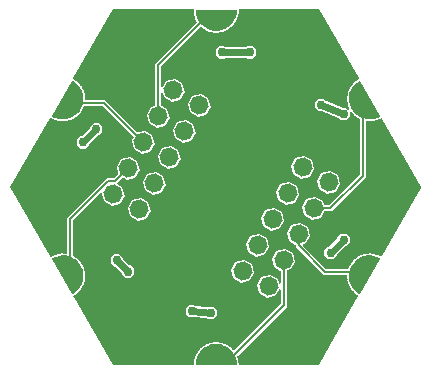
<source format=gbr>
G04 EAGLE Gerber RS-274X export*
G75*
%MOMM*%
%FSLAX34Y34*%
%LPD*%
%INBottom Copper*%
%IPPOS*%
%AMOC8*
5,1,8,0,0,1.08239X$1,22.5*%
G01*
%ADD10C,1.000000*%
%ADD11P,1.649562X8X82.500000*%
%ADD12P,1.649562X8X262.500000*%
%ADD13C,0.756400*%
%ADD14C,0.609600*%
%ADD15C,0.203200*%

G36*
X-67572Y319D02*
X-67572Y319D01*
X-67544Y316D01*
X-67476Y339D01*
X-67405Y353D01*
X-67382Y369D01*
X-67366Y374D01*
X-19786Y374D01*
X-19766Y377D01*
X-19747Y375D01*
X-19645Y397D01*
X-19543Y414D01*
X-19526Y423D01*
X-19506Y427D01*
X-19417Y481D01*
X-19326Y529D01*
X-19312Y543D01*
X-19295Y554D01*
X-19228Y632D01*
X-19156Y707D01*
X-19148Y725D01*
X-19135Y741D01*
X-19096Y837D01*
X-19053Y930D01*
X-19051Y950D01*
X-19043Y969D01*
X-19025Y1135D01*
X-19025Y1702D01*
X-19010Y1722D01*
X-18993Y1779D01*
X-18966Y1833D01*
X-18947Y1926D01*
X-18938Y1957D01*
X-18938Y1973D01*
X-18933Y1997D01*
X-18860Y2888D01*
X-18862Y2917D01*
X-18857Y2945D01*
X-18872Y3039D01*
X-18879Y3133D01*
X-18890Y3160D01*
X-18895Y3188D01*
X-18939Y3285D01*
X-18788Y3884D01*
X-18785Y3916D01*
X-18767Y4008D01*
X-18716Y4617D01*
X-18660Y4694D01*
X-18598Y4766D01*
X-18588Y4793D01*
X-18571Y4816D01*
X-18512Y4973D01*
X-18261Y5964D01*
X-18258Y5993D01*
X-18249Y6020D01*
X-18248Y6115D01*
X-18240Y6209D01*
X-18246Y6237D01*
X-18246Y6266D01*
X-18274Y6369D01*
X-18026Y6934D01*
X-18018Y6966D01*
X-18001Y7009D01*
X-17996Y7020D01*
X-17996Y7024D01*
X-17985Y7053D01*
X-17835Y7645D01*
X-17834Y7646D01*
X-17766Y7712D01*
X-17694Y7773D01*
X-17679Y7798D01*
X-17658Y7818D01*
X-17575Y7963D01*
X-17164Y8900D01*
X-17157Y8927D01*
X-17143Y8952D01*
X-17126Y9046D01*
X-17103Y9138D01*
X-17105Y9166D01*
X-17100Y9195D01*
X-17110Y9301D01*
X-16772Y9818D01*
X-16759Y9848D01*
X-16712Y9928D01*
X-16467Y10488D01*
X-16466Y10488D01*
X-16389Y10542D01*
X-16307Y10591D01*
X-16288Y10612D01*
X-16265Y10629D01*
X-16158Y10758D01*
X-15599Y11614D01*
X-15587Y11641D01*
X-15569Y11663D01*
X-15537Y11753D01*
X-15499Y11839D01*
X-15496Y11868D01*
X-15487Y11895D01*
X-15479Y12001D01*
X-15061Y12456D01*
X-15044Y12483D01*
X-14984Y12555D01*
X-14650Y13066D01*
X-14649Y13066D01*
X-14563Y13107D01*
X-14475Y13141D01*
X-14453Y13160D01*
X-14427Y13172D01*
X-14301Y13282D01*
X-13608Y14034D01*
X-13592Y14058D01*
X-13571Y14078D01*
X-13525Y14161D01*
X-13473Y14240D01*
X-13465Y14268D01*
X-13452Y14293D01*
X-13427Y14397D01*
X-12940Y14776D01*
X-12917Y14800D01*
X-12847Y14861D01*
X-12433Y15310D01*
X-12432Y15310D01*
X-12341Y15336D01*
X-12248Y15356D01*
X-12223Y15370D01*
X-12196Y15378D01*
X-12053Y15466D01*
X-11246Y16094D01*
X-11227Y16115D01*
X-11203Y16131D01*
X-11143Y16205D01*
X-11079Y16274D01*
X-11067Y16301D01*
X-11049Y16323D01*
X-11008Y16421D01*
X-10465Y16715D01*
X-10439Y16735D01*
X-10359Y16784D01*
X-9877Y17159D01*
X-9783Y17170D01*
X-9688Y17173D01*
X-9661Y17184D01*
X-9632Y17187D01*
X-9477Y17250D01*
X-8577Y17737D01*
X-8555Y17754D01*
X-8528Y17766D01*
X-8458Y17829D01*
X-8383Y17887D01*
X-8367Y17911D01*
X-8346Y17930D01*
X-8288Y18020D01*
X-7705Y18221D01*
X-7676Y18236D01*
X-7590Y18271D01*
X-7052Y18562D01*
X-7051Y18562D01*
X-6957Y18557D01*
X-6862Y18545D01*
X-6834Y18550D01*
X-6806Y18549D01*
X-6642Y18585D01*
X-5675Y18918D01*
X-5650Y18931D01*
X-5622Y18938D01*
X-5542Y18989D01*
X-5458Y19034D01*
X-5438Y19055D01*
X-5414Y19070D01*
X-5343Y19150D01*
X-4734Y19251D01*
X-4703Y19262D01*
X-4612Y19282D01*
X-4035Y19481D01*
X-4034Y19480D01*
X-3941Y19460D01*
X-3850Y19432D01*
X-3822Y19433D01*
X-3794Y19427D01*
X-3626Y19436D01*
X-2617Y19605D01*
X-2590Y19614D01*
X-2562Y19616D01*
X-2474Y19653D01*
X-2385Y19684D01*
X-2362Y19701D01*
X-2335Y19712D01*
X-2252Y19779D01*
X-1635Y19779D01*
X-1603Y19784D01*
X-1509Y19790D01*
X-907Y19890D01*
X-906Y19890D01*
X-818Y19854D01*
X-733Y19812D01*
X-705Y19808D01*
X-678Y19798D01*
X-511Y19779D01*
X511Y19779D01*
X540Y19784D01*
X568Y19781D01*
X661Y19804D01*
X754Y19819D01*
X779Y19832D01*
X807Y19839D01*
X901Y19891D01*
X1509Y19790D01*
X1542Y19789D01*
X1635Y19779D01*
X2246Y19779D01*
X2327Y19729D01*
X2404Y19674D01*
X2432Y19665D01*
X2456Y19650D01*
X2617Y19605D01*
X3626Y19436D01*
X3655Y19436D01*
X3683Y19429D01*
X3777Y19436D01*
X3872Y19436D01*
X3899Y19445D01*
X3928Y19447D01*
X4029Y19483D01*
X4612Y19282D01*
X4644Y19277D01*
X4734Y19251D01*
X5337Y19151D01*
X5337Y19150D01*
X5409Y19088D01*
X5476Y19021D01*
X5501Y19008D01*
X5523Y18989D01*
X5675Y18918D01*
X6642Y18585D01*
X6670Y18581D01*
X6696Y18569D01*
X6791Y18560D01*
X6885Y18544D01*
X6913Y18549D01*
X6941Y18546D01*
X7047Y18565D01*
X7590Y18271D01*
X7620Y18261D01*
X7705Y18221D01*
X8282Y18022D01*
X8283Y18022D01*
X8343Y17949D01*
X8398Y17871D01*
X8421Y17854D01*
X8440Y17832D01*
X8577Y17737D01*
X9477Y17250D01*
X9504Y17240D01*
X9528Y17225D01*
X9620Y17200D01*
X9709Y17169D01*
X9738Y17169D01*
X9766Y17162D01*
X9872Y17163D01*
X10359Y16784D01*
X10388Y16768D01*
X10465Y16715D01*
X11002Y16424D01*
X11050Y16341D01*
X11091Y16256D01*
X11111Y16236D01*
X11126Y16211D01*
X11246Y16094D01*
X12053Y15466D01*
X12078Y15452D01*
X12099Y15433D01*
X12186Y15393D01*
X12269Y15348D01*
X12297Y15343D01*
X12323Y15331D01*
X12429Y15315D01*
X12847Y14861D01*
X12873Y14841D01*
X12940Y14776D01*
X13422Y14401D01*
X13422Y14400D01*
X13455Y14311D01*
X13482Y14220D01*
X13498Y14196D01*
X13509Y14170D01*
X13608Y14034D01*
X14301Y13282D01*
X14323Y13264D01*
X14341Y13242D01*
X14419Y13189D01*
X14494Y13130D01*
X14521Y13121D01*
X14545Y13105D01*
X14672Y13063D01*
X14728Y12992D01*
X14750Y12979D01*
X14767Y12960D01*
X14853Y12913D01*
X14935Y12859D01*
X14960Y12853D01*
X14982Y12841D01*
X15079Y12823D01*
X15174Y12799D01*
X15199Y12801D01*
X15224Y12797D01*
X15321Y12811D01*
X15419Y12818D01*
X15442Y12828D01*
X15467Y12832D01*
X15555Y12876D01*
X15645Y12915D01*
X15670Y12934D01*
X15687Y12943D01*
X15710Y12967D01*
X15776Y13020D01*
X54386Y51629D01*
X54433Y51694D01*
X54449Y51711D01*
X54452Y51719D01*
X54499Y51773D01*
X54511Y51803D01*
X54530Y51829D01*
X54557Y51916D01*
X54591Y52001D01*
X54595Y52042D01*
X54602Y52064D01*
X54601Y52096D01*
X54609Y52168D01*
X54609Y63794D01*
X54602Y63842D01*
X54603Y63890D01*
X54582Y63962D01*
X54570Y64037D01*
X54547Y64079D01*
X54533Y64125D01*
X54490Y64188D01*
X54454Y64254D01*
X54420Y64287D01*
X54392Y64327D01*
X54331Y64372D01*
X54276Y64424D01*
X54233Y64444D01*
X54194Y64472D01*
X54122Y64496D01*
X54053Y64527D01*
X54005Y64533D01*
X53960Y64547D01*
X53884Y64546D01*
X53809Y64555D01*
X53762Y64544D01*
X53714Y64544D01*
X53642Y64518D01*
X53568Y64502D01*
X53527Y64478D01*
X53482Y64462D01*
X53422Y64415D01*
X53357Y64376D01*
X53326Y64340D01*
X53288Y64310D01*
X53212Y64206D01*
X53197Y64189D01*
X53195Y64183D01*
X53189Y64175D01*
X50362Y59278D01*
X43044Y57317D01*
X36483Y61105D01*
X34523Y68423D01*
X38310Y74984D01*
X45628Y76944D01*
X52189Y73157D01*
X53113Y69708D01*
X53123Y69686D01*
X53127Y69662D01*
X53173Y69575D01*
X53214Y69484D01*
X53230Y69466D01*
X53242Y69445D01*
X53314Y69377D01*
X53381Y69304D01*
X53402Y69292D01*
X53420Y69276D01*
X53510Y69234D01*
X53597Y69186D01*
X53621Y69182D01*
X53643Y69172D01*
X53742Y69161D01*
X53840Y69144D01*
X53864Y69148D01*
X53887Y69145D01*
X53985Y69166D01*
X54083Y69181D01*
X54104Y69192D01*
X54128Y69197D01*
X54213Y69248D01*
X54302Y69294D01*
X54318Y69311D01*
X54339Y69323D01*
X54404Y69399D01*
X54473Y69470D01*
X54483Y69492D01*
X54499Y69510D01*
X54536Y69603D01*
X54579Y69692D01*
X54582Y69716D01*
X54591Y69738D01*
X54609Y69905D01*
X54609Y79530D01*
X54598Y79597D01*
X54597Y79664D01*
X54579Y79717D01*
X54570Y79773D01*
X54538Y79833D01*
X54515Y79896D01*
X54481Y79941D01*
X54454Y79990D01*
X54406Y80037D01*
X54364Y80090D01*
X54300Y80137D01*
X54276Y80160D01*
X54257Y80168D01*
X54229Y80189D01*
X49183Y83102D01*
X47223Y90420D01*
X51010Y96981D01*
X58328Y98941D01*
X64889Y95154D01*
X66849Y87836D01*
X63062Y81275D01*
X60255Y80523D01*
X60215Y80505D01*
X60172Y80496D01*
X60104Y80455D01*
X60031Y80422D01*
X59999Y80392D01*
X59961Y80370D01*
X59909Y80309D01*
X59851Y80255D01*
X59830Y80216D01*
X59801Y80183D01*
X59771Y80109D01*
X59733Y80038D01*
X59726Y79995D01*
X59709Y79955D01*
X59693Y79810D01*
X59691Y79796D01*
X59691Y79793D01*
X59691Y79788D01*
X59691Y49748D01*
X57979Y48036D01*
X18091Y8148D01*
X18055Y8097D01*
X18011Y8053D01*
X17983Y7998D01*
X17948Y7948D01*
X17929Y7889D01*
X17901Y7833D01*
X17893Y7772D01*
X17875Y7713D01*
X17877Y7651D01*
X17868Y7589D01*
X17881Y7500D01*
X17882Y7467D01*
X17888Y7451D01*
X17891Y7423D01*
X17985Y7053D01*
X17998Y7024D01*
X18020Y6954D01*
X18021Y6946D01*
X18023Y6943D01*
X18026Y6934D01*
X18271Y6375D01*
X18271Y6374D01*
X18258Y6280D01*
X18238Y6187D01*
X18242Y6159D01*
X18238Y6130D01*
X18261Y5964D01*
X18512Y4973D01*
X18523Y4946D01*
X18528Y4918D01*
X18572Y4834D01*
X18610Y4747D01*
X18629Y4726D01*
X18643Y4701D01*
X18716Y4623D01*
X18767Y4008D01*
X18775Y3976D01*
X18788Y3884D01*
X18938Y3292D01*
X18937Y3291D01*
X18909Y3200D01*
X18874Y3112D01*
X18873Y3083D01*
X18864Y3056D01*
X18860Y2888D01*
X18933Y1997D01*
X18948Y1939D01*
X18953Y1879D01*
X18978Y1821D01*
X18993Y1759D01*
X19025Y1709D01*
X19025Y1135D01*
X19028Y1116D01*
X19026Y1096D01*
X19048Y995D01*
X19064Y893D01*
X19074Y875D01*
X19078Y856D01*
X19131Y767D01*
X19180Y675D01*
X19194Y662D01*
X19204Y644D01*
X19283Y577D01*
X19358Y506D01*
X19376Y498D01*
X19391Y485D01*
X19487Y446D01*
X19581Y402D01*
X19601Y400D01*
X19619Y393D01*
X19786Y374D01*
X67369Y374D01*
X67384Y362D01*
X67412Y355D01*
X67436Y341D01*
X67536Y324D01*
X67577Y314D01*
X67587Y315D01*
X67600Y313D01*
X86600Y313D01*
X86676Y329D01*
X86754Y337D01*
X86773Y348D01*
X86795Y353D01*
X86859Y397D01*
X86927Y435D01*
X86943Y454D01*
X86959Y465D01*
X86983Y503D01*
X87033Y563D01*
X96533Y17063D01*
X96542Y17091D01*
X96558Y17114D01*
X96573Y17184D01*
X96596Y17252D01*
X96593Y17281D01*
X96599Y17309D01*
X96586Y17379D01*
X96580Y17450D01*
X96567Y17476D01*
X96561Y17504D01*
X96554Y17515D01*
X120251Y58559D01*
X120258Y58578D01*
X120270Y58593D01*
X120301Y58692D01*
X120338Y58789D01*
X120339Y58809D01*
X120345Y58828D01*
X120343Y58931D01*
X120347Y59035D01*
X120342Y59054D01*
X120341Y59074D01*
X120307Y59171D01*
X120277Y59271D01*
X120266Y59287D01*
X120259Y59306D01*
X120196Y59387D01*
X120136Y59472D01*
X120120Y59484D01*
X120108Y59499D01*
X119973Y59599D01*
X119617Y59805D01*
X119607Y59827D01*
X119566Y59871D01*
X119533Y59922D01*
X119461Y59984D01*
X119439Y60008D01*
X119425Y60015D01*
X119406Y60032D01*
X118675Y60540D01*
X118649Y60552D01*
X118627Y60571D01*
X118538Y60605D01*
X118453Y60646D01*
X118424Y60649D01*
X118397Y60660D01*
X118291Y60670D01*
X117849Y61101D01*
X117822Y61119D01*
X117752Y61181D01*
X117250Y61529D01*
X117250Y61530D01*
X117212Y61617D01*
X117180Y61706D01*
X117162Y61729D01*
X117151Y61755D01*
X117044Y61884D01*
X116314Y62596D01*
X116290Y62612D01*
X116272Y62634D01*
X116215Y62668D01*
X116193Y62686D01*
X116173Y62694D01*
X116112Y62737D01*
X116085Y62745D01*
X116060Y62759D01*
X115957Y62787D01*
X115592Y63285D01*
X115569Y63308D01*
X115509Y63380D01*
X115072Y63806D01*
X115072Y63807D01*
X115048Y63899D01*
X115032Y63992D01*
X115018Y64017D01*
X115011Y64045D01*
X114927Y64190D01*
X114324Y65012D01*
X114303Y65032D01*
X114289Y65057D01*
X114216Y65118D01*
X114148Y65184D01*
X114122Y65197D01*
X114101Y65215D01*
X114003Y65260D01*
X113725Y65811D01*
X113706Y65837D01*
X113659Y65918D01*
X113298Y66410D01*
X113298Y66411D01*
X113290Y66506D01*
X113289Y66601D01*
X113280Y66628D01*
X113277Y66656D01*
X113218Y66813D01*
X112759Y67723D01*
X112742Y67747D01*
X112731Y67773D01*
X112687Y67825D01*
X112669Y67855D01*
X112652Y67870D01*
X112614Y67922D01*
X112590Y67939D01*
X112572Y67960D01*
X112483Y68020D01*
X112299Y68609D01*
X112285Y68639D01*
X112252Y68726D01*
X111977Y69271D01*
X111977Y69272D01*
X111985Y69367D01*
X111999Y69460D01*
X111994Y69488D01*
X111997Y69517D01*
X111965Y69682D01*
X111661Y70655D01*
X111651Y70674D01*
X111648Y70689D01*
X111645Y70694D01*
X111642Y70709D01*
X111593Y70790D01*
X111551Y70875D01*
X111530Y70895D01*
X111516Y70920D01*
X111438Y70993D01*
X111354Y71605D01*
X111344Y71636D01*
X111326Y71727D01*
X111144Y72311D01*
X111145Y72311D01*
X111168Y72403D01*
X111198Y72493D01*
X111198Y72522D01*
X111205Y72550D01*
X111200Y72717D01*
X111061Y73727D01*
X111052Y73755D01*
X111051Y73783D01*
X111016Y73872D01*
X110988Y73962D01*
X110972Y73986D01*
X110961Y74012D01*
X110897Y74098D01*
X110914Y74715D01*
X110910Y74747D01*
X110907Y74840D01*
X110824Y75445D01*
X110824Y75446D01*
X110862Y75533D01*
X110907Y75617D01*
X110911Y75645D01*
X110923Y75672D01*
X110946Y75838D01*
X110950Y75989D01*
X110946Y76020D01*
X110949Y76050D01*
X110930Y76141D01*
X110917Y76233D01*
X110904Y76260D01*
X110897Y76290D01*
X110849Y76370D01*
X110808Y76453D01*
X110787Y76475D01*
X110771Y76501D01*
X110700Y76562D01*
X110635Y76628D01*
X110607Y76641D01*
X110584Y76661D01*
X110498Y76696D01*
X110415Y76738D01*
X110384Y76742D01*
X110356Y76753D01*
X110189Y76772D01*
X91085Y76772D01*
X67195Y100662D01*
X67195Y101593D01*
X67184Y101660D01*
X67183Y101727D01*
X67165Y101780D01*
X67156Y101836D01*
X67124Y101895D01*
X67101Y101959D01*
X67067Y102004D01*
X67040Y102053D01*
X66992Y102100D01*
X66950Y102153D01*
X66886Y102200D01*
X66862Y102222D01*
X66843Y102231D01*
X66815Y102252D01*
X61883Y105099D01*
X59923Y112417D01*
X63710Y118978D01*
X71028Y120938D01*
X77589Y117151D01*
X79549Y109833D01*
X75762Y103272D01*
X73888Y102770D01*
X73801Y102731D01*
X73711Y102698D01*
X73689Y102681D01*
X73664Y102669D01*
X73594Y102604D01*
X73519Y102545D01*
X73504Y102521D01*
X73483Y102502D01*
X73438Y102418D01*
X73386Y102338D01*
X73379Y102310D01*
X73366Y102285D01*
X73350Y102191D01*
X73326Y102099D01*
X73328Y102071D01*
X73324Y102043D01*
X73338Y101949D01*
X73345Y101854D01*
X73356Y101828D01*
X73361Y101800D01*
X73405Y101715D01*
X73442Y101628D01*
X73464Y101600D01*
X73473Y101581D01*
X73497Y101558D01*
X73547Y101497D01*
X92967Y82076D01*
X93041Y82023D01*
X93110Y81964D01*
X93141Y81951D01*
X93167Y81933D01*
X93254Y81906D01*
X93339Y81872D01*
X93379Y81867D01*
X93402Y81860D01*
X93434Y81861D01*
X93505Y81853D01*
X111402Y81853D01*
X111409Y81854D01*
X111415Y81853D01*
X111530Y81874D01*
X111645Y81893D01*
X111651Y81896D01*
X111657Y81897D01*
X111759Y81954D01*
X111862Y82008D01*
X111867Y82013D01*
X111873Y82016D01*
X111952Y82102D01*
X112031Y82186D01*
X112034Y82192D01*
X112039Y82197D01*
X112115Y82347D01*
X112339Y82945D01*
X112345Y82973D01*
X112357Y82999D01*
X112369Y83093D01*
X112387Y83186D01*
X112384Y83215D01*
X112387Y83243D01*
X112371Y83349D01*
X112680Y83883D01*
X112691Y83914D01*
X112734Y83997D01*
X112948Y84569D01*
X112949Y84569D01*
X113024Y84628D01*
X113103Y84680D01*
X113120Y84703D01*
X113143Y84721D01*
X113242Y84856D01*
X113753Y85738D01*
X113763Y85765D01*
X113779Y85789D01*
X113806Y85879D01*
X113840Y85968D01*
X113841Y85997D01*
X113849Y86024D01*
X113850Y86131D01*
X114243Y86607D01*
X114259Y86635D01*
X114315Y86711D01*
X114621Y87240D01*
X114622Y87240D01*
X114705Y87285D01*
X114791Y87324D01*
X114812Y87344D01*
X114838Y87357D01*
X114958Y87474D01*
X115607Y88261D01*
X115621Y88285D01*
X115641Y88306D01*
X115683Y88391D01*
X115730Y88473D01*
X115736Y88501D01*
X115749Y88527D01*
X115768Y88632D01*
X116234Y89037D01*
X116254Y89062D01*
X116321Y89127D01*
X116710Y89599D01*
X116711Y89599D01*
X116800Y89630D01*
X116892Y89654D01*
X116916Y89670D01*
X116943Y89679D01*
X117081Y89774D01*
X117850Y90444D01*
X117869Y90466D01*
X117892Y90482D01*
X117947Y90560D01*
X118007Y90633D01*
X118018Y90660D01*
X118034Y90683D01*
X118071Y90783D01*
X118597Y91106D01*
X118621Y91128D01*
X118698Y91181D01*
X119159Y91582D01*
X119160Y91582D01*
X119253Y91597D01*
X119348Y91606D01*
X119374Y91618D01*
X119402Y91623D01*
X119554Y91694D01*
X120423Y92227D01*
X120445Y92246D01*
X120470Y92259D01*
X120537Y92326D01*
X120609Y92388D01*
X120624Y92413D01*
X120644Y92433D01*
X120696Y92526D01*
X121268Y92758D01*
X121296Y92775D01*
X121380Y92815D01*
X121901Y93135D01*
X121902Y93134D01*
X121997Y93134D01*
X122091Y93128D01*
X122119Y93135D01*
X122148Y93135D01*
X122309Y93180D01*
X123254Y93563D01*
X123278Y93578D01*
X123306Y93587D01*
X123383Y93642D01*
X123464Y93691D01*
X123482Y93713D01*
X123506Y93730D01*
X123573Y93813D01*
X124175Y93948D01*
X124205Y93960D01*
X124295Y93985D01*
X124861Y94215D01*
X124862Y94214D01*
X124956Y94199D01*
X125048Y94177D01*
X125076Y94179D01*
X125105Y94174D01*
X125271Y94193D01*
X126266Y94415D01*
X126293Y94426D01*
X126321Y94430D01*
X126406Y94471D01*
X126495Y94507D01*
X126516Y94525D01*
X126542Y94538D01*
X126622Y94609D01*
X127238Y94643D01*
X127270Y94650D01*
X127363Y94660D01*
X127959Y94793D01*
X128049Y94762D01*
X128137Y94725D01*
X128165Y94723D01*
X128192Y94713D01*
X128360Y94704D01*
X129378Y94759D01*
X129406Y94766D01*
X129434Y94765D01*
X129525Y94792D01*
X129618Y94812D01*
X129642Y94827D01*
X129670Y94835D01*
X129760Y94892D01*
X130374Y94824D01*
X130406Y94826D01*
X130499Y94821D01*
X131109Y94854D01*
X131110Y94853D01*
X131194Y94808D01*
X131274Y94757D01*
X131301Y94750D01*
X131327Y94737D01*
X131490Y94700D01*
X132503Y94587D01*
X132532Y94589D01*
X132560Y94583D01*
X132654Y94595D01*
X132749Y94600D01*
X132776Y94610D01*
X132804Y94614D01*
X132903Y94655D01*
X133497Y94487D01*
X133529Y94483D01*
X133620Y94463D01*
X134227Y94395D01*
X134227Y94394D01*
X134302Y94336D01*
X134373Y94273D01*
X134399Y94261D01*
X134422Y94244D01*
X134577Y94181D01*
X135558Y93902D01*
X135587Y93899D01*
X135613Y93889D01*
X135708Y93885D01*
X135802Y93874D01*
X135831Y93880D01*
X135859Y93879D01*
X135963Y93904D01*
X136521Y93640D01*
X136552Y93631D01*
X136639Y93596D01*
X137227Y93429D01*
X137291Y93359D01*
X137350Y93285D01*
X137374Y93269D01*
X137394Y93248D01*
X137537Y93160D01*
X138342Y92779D01*
X138400Y92763D01*
X138454Y92737D01*
X138517Y92729D01*
X138578Y92712D01*
X138637Y92714D01*
X138978Y92517D01*
X138997Y92510D01*
X139013Y92498D01*
X139111Y92467D01*
X139208Y92430D01*
X139228Y92429D01*
X139247Y92423D01*
X139350Y92425D01*
X139453Y92421D01*
X139473Y92427D01*
X139493Y92427D01*
X139590Y92461D01*
X139689Y92491D01*
X139706Y92502D01*
X139725Y92509D01*
X139806Y92572D01*
X139891Y92632D01*
X139903Y92648D01*
X139919Y92661D01*
X140018Y92796D01*
X163704Y133821D01*
X163727Y133823D01*
X163798Y133823D01*
X163825Y133834D01*
X163854Y133837D01*
X163916Y133873D01*
X163981Y133900D01*
X164002Y133921D01*
X164027Y133935D01*
X164090Y134012D01*
X164120Y134043D01*
X164124Y134053D01*
X164133Y134063D01*
X173633Y150563D01*
X173643Y150595D01*
X173652Y150608D01*
X173656Y150633D01*
X173657Y150636D01*
X173688Y150707D01*
X173688Y150730D01*
X173696Y150752D01*
X173690Y150829D01*
X173691Y150906D01*
X173681Y150930D01*
X173680Y150950D01*
X173659Y150990D01*
X173633Y151062D01*
X173573Y151166D01*
X173572Y151169D01*
X173574Y151225D01*
X173555Y151290D01*
X173546Y151357D01*
X173514Y151430D01*
X173505Y151461D01*
X173493Y151478D01*
X173478Y151511D01*
X140293Y208988D01*
X140280Y209004D01*
X140272Y209022D01*
X140202Y209099D01*
X140137Y209179D01*
X140120Y209189D01*
X140106Y209204D01*
X140016Y209255D01*
X139929Y209309D01*
X139909Y209314D01*
X139891Y209324D01*
X139790Y209343D01*
X139690Y209367D01*
X139670Y209365D01*
X139650Y209369D01*
X139547Y209354D01*
X139445Y209345D01*
X139426Y209337D01*
X139406Y209334D01*
X139253Y209267D01*
X138644Y208915D01*
X138619Y208917D01*
X138561Y208904D01*
X138501Y208900D01*
X138411Y208869D01*
X138379Y208862D01*
X138366Y208854D01*
X138342Y208846D01*
X137537Y208465D01*
X137513Y208449D01*
X137486Y208439D01*
X137412Y208379D01*
X137334Y208325D01*
X137317Y208302D01*
X137295Y208284D01*
X137233Y208197D01*
X136639Y208029D01*
X136609Y208015D01*
X136521Y207985D01*
X135969Y207724D01*
X135968Y207724D01*
X135874Y207734D01*
X135780Y207751D01*
X135752Y207747D01*
X135724Y207750D01*
X135558Y207723D01*
X134577Y207444D01*
X134551Y207432D01*
X134523Y207427D01*
X134440Y207380D01*
X134355Y207340D01*
X134334Y207320D01*
X134309Y207306D01*
X134233Y207231D01*
X133620Y207162D01*
X133589Y207154D01*
X133497Y207138D01*
X132909Y206971D01*
X132908Y206972D01*
X132817Y206997D01*
X132728Y207030D01*
X132699Y207030D01*
X132671Y207038D01*
X132503Y207038D01*
X131490Y206925D01*
X131463Y206917D01*
X131434Y206917D01*
X131345Y206884D01*
X131253Y206859D01*
X131230Y206843D01*
X131203Y206833D01*
X131116Y206771D01*
X130499Y206804D01*
X130467Y206801D01*
X130374Y206801D01*
X129767Y206733D01*
X129766Y206734D01*
X129680Y206774D01*
X129597Y206820D01*
X129569Y206826D01*
X129543Y206838D01*
X129378Y206866D01*
X128360Y206921D01*
X128331Y206918D01*
X128303Y206922D01*
X128210Y206905D01*
X128115Y206895D01*
X128089Y206883D01*
X128061Y206877D01*
X127965Y206830D01*
X127368Y206964D01*
X127265Y206970D01*
X127163Y206981D01*
X127143Y206977D01*
X127122Y206978D01*
X127023Y206951D01*
X126922Y206929D01*
X126905Y206918D01*
X126885Y206913D01*
X126800Y206856D01*
X126711Y206803D01*
X126698Y206787D01*
X126681Y206776D01*
X126618Y206694D01*
X126551Y206616D01*
X126544Y206597D01*
X126531Y206581D01*
X126498Y206483D01*
X126459Y206388D01*
X126456Y206363D01*
X126451Y206348D01*
X126451Y206316D01*
X126441Y206221D01*
X126441Y159360D01*
X97662Y130581D01*
X91968Y130581D01*
X91901Y130570D01*
X91834Y130569D01*
X91781Y130551D01*
X91725Y130542D01*
X91666Y130510D01*
X91602Y130487D01*
X91557Y130453D01*
X91508Y130426D01*
X91461Y130378D01*
X91408Y130336D01*
X91361Y130272D01*
X91339Y130248D01*
X91330Y130229D01*
X91309Y130201D01*
X88462Y125269D01*
X81144Y123309D01*
X74583Y127096D01*
X72623Y134414D01*
X76410Y140975D01*
X83728Y142936D01*
X90289Y139148D01*
X91071Y136227D01*
X91089Y136187D01*
X91099Y136144D01*
X91140Y136076D01*
X91173Y136003D01*
X91202Y135971D01*
X91225Y135933D01*
X91286Y135881D01*
X91340Y135823D01*
X91378Y135802D01*
X91412Y135773D01*
X91486Y135743D01*
X91556Y135705D01*
X91599Y135698D01*
X91640Y135681D01*
X91785Y135665D01*
X91798Y135663D01*
X91802Y135663D01*
X91807Y135663D01*
X95242Y135663D01*
X95332Y135678D01*
X95423Y135685D01*
X95453Y135697D01*
X95485Y135703D01*
X95565Y135745D01*
X95649Y135781D01*
X95681Y135807D01*
X95702Y135818D01*
X95724Y135841D01*
X95780Y135886D01*
X121136Y161242D01*
X121181Y161305D01*
X121206Y161331D01*
X121211Y161341D01*
X121249Y161385D01*
X121261Y161416D01*
X121280Y161442D01*
X121307Y161529D01*
X121341Y161614D01*
X121345Y161654D01*
X121352Y161677D01*
X121351Y161709D01*
X121359Y161780D01*
X121359Y208317D01*
X121340Y208435D01*
X121322Y208553D01*
X121320Y208556D01*
X121320Y208560D01*
X121264Y208665D01*
X121208Y208772D01*
X121206Y208774D01*
X121204Y208777D01*
X121119Y208858D01*
X121032Y208943D01*
X121028Y208945D01*
X121026Y208946D01*
X121016Y208951D01*
X120884Y209022D01*
X120702Y209096D01*
X120702Y209097D01*
X120645Y209173D01*
X120595Y209254D01*
X120572Y209272D01*
X120555Y209295D01*
X120423Y209398D01*
X119554Y209931D01*
X119528Y209942D01*
X119504Y209959D01*
X119414Y209988D01*
X119326Y210024D01*
X119298Y210026D01*
X119270Y210035D01*
X119164Y210039D01*
X118698Y210444D01*
X118670Y210461D01*
X118597Y210519D01*
X118076Y210838D01*
X118076Y210839D01*
X118033Y210924D01*
X117996Y211011D01*
X117977Y211033D01*
X117964Y211058D01*
X117850Y211181D01*
X117081Y211851D01*
X117057Y211866D01*
X117037Y211886D01*
X116953Y211930D01*
X116872Y211980D01*
X116844Y211986D01*
X116819Y212000D01*
X116714Y212021D01*
X116321Y212498D01*
X116297Y212519D01*
X116234Y212588D01*
X115773Y212989D01*
X115744Y213080D01*
X115722Y213172D01*
X115707Y213197D01*
X115698Y213224D01*
X115607Y213364D01*
X114958Y214151D01*
X114936Y214170D01*
X114920Y214193D01*
X114844Y214250D01*
X114773Y214313D01*
X114746Y214324D01*
X114723Y214341D01*
X114602Y214388D01*
X114569Y214419D01*
X114521Y214478D01*
X114481Y214504D01*
X114446Y214536D01*
X114377Y214568D01*
X114313Y214609D01*
X114266Y214620D01*
X114223Y214640D01*
X114147Y214648D01*
X114074Y214666D01*
X114026Y214662D01*
X113979Y214667D01*
X113904Y214651D01*
X113829Y214644D01*
X113785Y214625D01*
X113738Y214615D01*
X113673Y214576D01*
X113603Y214545D01*
X113568Y214513D01*
X113527Y214489D01*
X113478Y214431D01*
X113421Y214380D01*
X113398Y214338D01*
X113367Y214302D01*
X113339Y214231D01*
X113302Y214165D01*
X113293Y214118D01*
X113275Y214074D01*
X113261Y213945D01*
X113257Y213923D01*
X113258Y213917D01*
X113257Y213907D01*
X113257Y210527D01*
X110148Y207418D01*
X105752Y207418D01*
X103683Y209487D01*
X103631Y209525D01*
X103585Y209570D01*
X103527Y209602D01*
X103521Y209607D01*
X103509Y209612D01*
X103484Y209630D01*
X103465Y209636D01*
X103438Y209651D01*
X89888Y215297D01*
X89823Y215312D01*
X89761Y215337D01*
X89680Y215346D01*
X89648Y215354D01*
X89628Y215352D01*
X89595Y215356D01*
X86702Y215356D01*
X83593Y218464D01*
X83593Y222861D01*
X86702Y225969D01*
X91098Y225969D01*
X93167Y223901D01*
X93219Y223863D01*
X93265Y223817D01*
X93340Y223776D01*
X93366Y223757D01*
X93385Y223751D01*
X93412Y223736D01*
X106962Y218090D01*
X107027Y218075D01*
X107089Y218050D01*
X107170Y218041D01*
X107202Y218034D01*
X107222Y218035D01*
X107255Y218032D01*
X110148Y218032D01*
X111558Y216622D01*
X111627Y216573D01*
X111690Y216516D01*
X111726Y216501D01*
X111758Y216478D01*
X111838Y216454D01*
X111916Y216421D01*
X111955Y216418D01*
X111993Y216406D01*
X112077Y216408D01*
X112162Y216402D01*
X112200Y216411D01*
X112239Y216412D01*
X112318Y216442D01*
X112400Y216462D01*
X112433Y216484D01*
X112470Y216497D01*
X112536Y216550D01*
X112607Y216596D01*
X112631Y216626D01*
X112662Y216651D01*
X112707Y216722D01*
X112760Y216788D01*
X112773Y216825D01*
X112795Y216858D01*
X112815Y216940D01*
X112844Y217019D01*
X112845Y217058D01*
X112855Y217096D01*
X112848Y217180D01*
X112850Y217265D01*
X112838Y217314D01*
X112836Y217341D01*
X112824Y217369D01*
X112809Y217428D01*
X112734Y217628D01*
X112717Y217656D01*
X112680Y217742D01*
X112374Y218271D01*
X112377Y218366D01*
X112386Y218461D01*
X112380Y218489D01*
X112380Y218517D01*
X112339Y218680D01*
X111981Y219634D01*
X111967Y219659D01*
X111959Y219687D01*
X111906Y219765D01*
X111858Y219848D01*
X111837Y219867D01*
X111821Y219890D01*
X111739Y219959D01*
X111621Y220565D01*
X111609Y220596D01*
X111586Y220686D01*
X111372Y221258D01*
X111372Y221259D01*
X111390Y221352D01*
X111415Y221444D01*
X111413Y221472D01*
X111419Y221500D01*
X111405Y221668D01*
X111208Y222668D01*
X111199Y222695D01*
X111195Y222723D01*
X111156Y222810D01*
X111123Y222899D01*
X111105Y222921D01*
X111093Y222947D01*
X111024Y223028D01*
X111006Y223646D01*
X111000Y223677D01*
X110992Y223771D01*
X110875Y224370D01*
X110875Y224371D01*
X110908Y224460D01*
X110948Y224546D01*
X110951Y224574D01*
X110961Y224601D01*
X110975Y224768D01*
X110946Y225787D01*
X110940Y225816D01*
X110942Y225844D01*
X110917Y225936D01*
X110899Y226029D01*
X110885Y226054D01*
X110878Y226082D01*
X110823Y226173D01*
X110907Y226785D01*
X110907Y226817D01*
X110914Y226910D01*
X110897Y227521D01*
X110898Y227522D01*
X110914Y227550D01*
X110923Y227560D01*
X110940Y227595D01*
X110945Y227604D01*
X110998Y227682D01*
X111006Y227710D01*
X111020Y227735D01*
X111061Y227898D01*
X111200Y228908D01*
X111200Y228936D01*
X111206Y228964D01*
X111196Y229059D01*
X111194Y229153D01*
X111184Y229180D01*
X111181Y229209D01*
X111142Y229308D01*
X111326Y229898D01*
X111331Y229930D01*
X111354Y230020D01*
X111437Y230626D01*
X111438Y230626D01*
X111498Y230699D01*
X111563Y230768D01*
X111576Y230794D01*
X111594Y230816D01*
X111661Y230970D01*
X111965Y231943D01*
X111969Y231972D01*
X111980Y231998D01*
X111986Y232093D01*
X111999Y232187D01*
X111994Y232215D01*
X111996Y232244D01*
X111974Y232348D01*
X112252Y232899D01*
X112262Y232930D01*
X112299Y233016D01*
X112481Y233599D01*
X112482Y233599D01*
X112553Y233662D01*
X112629Y233719D01*
X112645Y233742D01*
X112667Y233761D01*
X112759Y233902D01*
X113218Y234812D01*
X113227Y234839D01*
X113242Y234863D01*
X113264Y234956D01*
X113292Y235046D01*
X113292Y235075D01*
X113298Y235103D01*
X113294Y235210D01*
X113659Y235707D01*
X113674Y235736D01*
X113725Y235814D01*
X114000Y236360D01*
X114001Y236360D01*
X114082Y236410D01*
X114166Y236454D01*
X114186Y236474D01*
X114210Y236489D01*
X114324Y236613D01*
X114927Y237435D01*
X114933Y237446D01*
X114942Y237456D01*
X114949Y237470D01*
X114959Y237482D01*
X114996Y237569D01*
X115039Y237654D01*
X115041Y237668D01*
X115046Y237679D01*
X115047Y237693D01*
X115054Y237709D01*
X115067Y237815D01*
X115509Y238245D01*
X115529Y238271D01*
X115592Y238340D01*
X115953Y238833D01*
X115954Y238833D01*
X116042Y238869D01*
X116132Y238898D01*
X116155Y238915D01*
X116182Y238926D01*
X116314Y239029D01*
X117044Y239741D01*
X117061Y239764D01*
X117084Y239782D01*
X117134Y239862D01*
X117190Y239938D01*
X117199Y239966D01*
X117215Y239990D01*
X117245Y240092D01*
X117752Y240444D01*
X117775Y240467D01*
X117849Y240524D01*
X118287Y240951D01*
X118380Y240972D01*
X118474Y240986D01*
X118499Y240999D01*
X118527Y241005D01*
X118675Y241085D01*
X119406Y241593D01*
X119450Y241635D01*
X119499Y241669D01*
X119537Y241720D01*
X119583Y241764D01*
X119610Y241816D01*
X120248Y242185D01*
X120263Y242198D01*
X120281Y242205D01*
X120357Y242275D01*
X120438Y242341D01*
X120448Y242358D01*
X120463Y242371D01*
X120513Y242461D01*
X120569Y242549D01*
X120573Y242569D01*
X120583Y242586D01*
X120602Y242688D01*
X120626Y242789D01*
X120624Y242808D01*
X120628Y242828D01*
X120613Y242930D01*
X120604Y243034D01*
X120596Y243052D01*
X120593Y243071D01*
X120526Y243225D01*
X86877Y301505D01*
X86834Y301558D01*
X86800Y301616D01*
X86757Y301652D01*
X86721Y301696D01*
X86664Y301731D01*
X86613Y301775D01*
X86560Y301797D01*
X86513Y301826D01*
X86447Y301842D01*
X86384Y301867D01*
X86306Y301876D01*
X86274Y301884D01*
X86253Y301882D01*
X86218Y301886D01*
X19821Y301886D01*
X19711Y301868D01*
X19601Y301853D01*
X19590Y301848D01*
X19579Y301846D01*
X19480Y301794D01*
X19380Y301745D01*
X19372Y301737D01*
X19361Y301731D01*
X19285Y301651D01*
X19205Y301572D01*
X19200Y301561D01*
X19192Y301553D01*
X19145Y301452D01*
X19095Y301352D01*
X19092Y301338D01*
X19088Y301330D01*
X19085Y301303D01*
X19063Y301187D01*
X19027Y300760D01*
X19029Y300737D01*
X19025Y300697D01*
X19025Y299923D01*
X19010Y299903D01*
X18993Y299846D01*
X18966Y299792D01*
X18958Y299751D01*
X18957Y299750D01*
X18957Y299749D01*
X18947Y299699D01*
X18938Y299668D01*
X18938Y299653D01*
X18933Y299628D01*
X18860Y298737D01*
X18862Y298708D01*
X18857Y298680D01*
X18872Y298586D01*
X18879Y298491D01*
X18890Y298465D01*
X18895Y298437D01*
X18939Y298340D01*
X18788Y297741D01*
X18785Y297709D01*
X18767Y297617D01*
X18716Y297008D01*
X18660Y296931D01*
X18598Y296859D01*
X18588Y296832D01*
X18571Y296809D01*
X18512Y296652D01*
X18261Y295661D01*
X18258Y295632D01*
X18249Y295605D01*
X18248Y295510D01*
X18240Y295416D01*
X18246Y295388D01*
X18246Y295359D01*
X18274Y295256D01*
X18026Y294691D01*
X18018Y294659D01*
X17985Y294572D01*
X17835Y293980D01*
X17834Y293979D01*
X17766Y293913D01*
X17694Y293852D01*
X17679Y293827D01*
X17658Y293807D01*
X17575Y293662D01*
X17164Y292725D01*
X17157Y292698D01*
X17143Y292673D01*
X17126Y292579D01*
X17103Y292487D01*
X17105Y292459D01*
X17100Y292430D01*
X17110Y292324D01*
X16772Y291807D01*
X16759Y291777D01*
X16712Y291697D01*
X16467Y291137D01*
X16466Y291137D01*
X16389Y291083D01*
X16307Y291034D01*
X16288Y291013D01*
X16265Y290996D01*
X16158Y290867D01*
X15599Y290011D01*
X15587Y289984D01*
X15569Y289962D01*
X15537Y289872D01*
X15499Y289786D01*
X15496Y289757D01*
X15487Y289730D01*
X15479Y289624D01*
X15061Y289170D01*
X15044Y289142D01*
X14984Y289070D01*
X14650Y288559D01*
X14649Y288559D01*
X14564Y288518D01*
X14475Y288484D01*
X14453Y288465D01*
X14427Y288453D01*
X14301Y288343D01*
X13608Y287591D01*
X13592Y287567D01*
X13571Y287547D01*
X13525Y287464D01*
X13473Y287385D01*
X13465Y287357D01*
X13451Y287332D01*
X13427Y287228D01*
X12940Y286849D01*
X12917Y286825D01*
X12847Y286764D01*
X12433Y286315D01*
X12432Y286315D01*
X12341Y286289D01*
X12248Y286269D01*
X12224Y286255D01*
X12196Y286247D01*
X12053Y286159D01*
X11246Y285531D01*
X11227Y285510D01*
X11202Y285494D01*
X11143Y285420D01*
X11079Y285351D01*
X11067Y285324D01*
X11049Y285302D01*
X11008Y285204D01*
X10465Y284910D01*
X10439Y284890D01*
X10359Y284841D01*
X9877Y284466D01*
X9783Y284455D01*
X9688Y284452D01*
X9661Y284441D01*
X9632Y284438D01*
X9477Y284375D01*
X8577Y283888D01*
X8555Y283871D01*
X8528Y283859D01*
X8458Y283796D01*
X8383Y283738D01*
X8367Y283714D01*
X8346Y283695D01*
X8288Y283605D01*
X7705Y283404D01*
X7676Y283389D01*
X7589Y283354D01*
X7052Y283063D01*
X7051Y283063D01*
X6957Y283068D01*
X6862Y283080D01*
X6834Y283075D01*
X6806Y283076D01*
X6642Y283040D01*
X5675Y282707D01*
X5649Y282694D01*
X5622Y282687D01*
X5542Y282636D01*
X5458Y282591D01*
X5438Y282570D01*
X5414Y282555D01*
X5343Y282475D01*
X4734Y282374D01*
X4703Y282363D01*
X4612Y282343D01*
X4035Y282144D01*
X4034Y282145D01*
X3941Y282165D01*
X3850Y282193D01*
X3822Y282192D01*
X3794Y282198D01*
X3626Y282189D01*
X2617Y282020D01*
X2590Y282011D01*
X2562Y282009D01*
X2474Y281972D01*
X2385Y281941D01*
X2362Y281924D01*
X2335Y281913D01*
X2252Y281846D01*
X1635Y281846D01*
X1603Y281841D01*
X1509Y281835D01*
X907Y281735D01*
X906Y281735D01*
X818Y281771D01*
X733Y281813D01*
X705Y281817D01*
X678Y281827D01*
X511Y281846D01*
X-511Y281846D01*
X-540Y281841D01*
X-568Y281844D01*
X-661Y281821D01*
X-754Y281806D01*
X-779Y281793D01*
X-807Y281786D01*
X-901Y281734D01*
X-1509Y281835D01*
X-1542Y281836D01*
X-1635Y281846D01*
X-2246Y281846D01*
X-2327Y281896D01*
X-2404Y281951D01*
X-2432Y281960D01*
X-2456Y281975D01*
X-2617Y282020D01*
X-3626Y282189D01*
X-3655Y282189D01*
X-3683Y282196D01*
X-3777Y282189D01*
X-3872Y282189D01*
X-3899Y282180D01*
X-3928Y282178D01*
X-4029Y282142D01*
X-4612Y282343D01*
X-4644Y282348D01*
X-4734Y282374D01*
X-5337Y282474D01*
X-5337Y282475D01*
X-5409Y282537D01*
X-5476Y282604D01*
X-5501Y282617D01*
X-5523Y282636D01*
X-5675Y282707D01*
X-6642Y283040D01*
X-6670Y283044D01*
X-6696Y283056D01*
X-6791Y283065D01*
X-6885Y283081D01*
X-6913Y283076D01*
X-6941Y283079D01*
X-7047Y283060D01*
X-7589Y283354D01*
X-7620Y283365D01*
X-7705Y283404D01*
X-8282Y283603D01*
X-8283Y283603D01*
X-8343Y283676D01*
X-8398Y283754D01*
X-8421Y283771D01*
X-8440Y283793D01*
X-8577Y283888D01*
X-9477Y284375D01*
X-9504Y284385D01*
X-9528Y284400D01*
X-9620Y284425D01*
X-9709Y284456D01*
X-9738Y284456D01*
X-9766Y284463D01*
X-9872Y284462D01*
X-10359Y284841D01*
X-10388Y284857D01*
X-10465Y284910D01*
X-11002Y285201D01*
X-11050Y285283D01*
X-11091Y285369D01*
X-11111Y285389D01*
X-11126Y285414D01*
X-11246Y285531D01*
X-12053Y286159D01*
X-12078Y286173D01*
X-12099Y286192D01*
X-12186Y286232D01*
X-12269Y286277D01*
X-12297Y286282D01*
X-12323Y286294D01*
X-12484Y286318D01*
X-12507Y286336D01*
X-12541Y286348D01*
X-12571Y286368D01*
X-12656Y286389D01*
X-12739Y286418D01*
X-12775Y286419D01*
X-12810Y286428D01*
X-12897Y286421D01*
X-12985Y286422D01*
X-13019Y286411D01*
X-13055Y286408D01*
X-13136Y286374D01*
X-13219Y286347D01*
X-13248Y286326D01*
X-13281Y286312D01*
X-13412Y286207D01*
X-46449Y253171D01*
X-46502Y253097D01*
X-46561Y253027D01*
X-46574Y252997D01*
X-46592Y252971D01*
X-46619Y252884D01*
X-46653Y252799D01*
X-46658Y252758D01*
X-46665Y252736D01*
X-46664Y252704D01*
X-46672Y252632D01*
X-46672Y236243D01*
X-46664Y236196D01*
X-46666Y236148D01*
X-46644Y236075D01*
X-46632Y236000D01*
X-46610Y235958D01*
X-46596Y235912D01*
X-46552Y235850D01*
X-46517Y235783D01*
X-46482Y235750D01*
X-46455Y235711D01*
X-46394Y235666D01*
X-46339Y235614D01*
X-46295Y235593D01*
X-46256Y235565D01*
X-46184Y235542D01*
X-46116Y235510D01*
X-46068Y235505D01*
X-46022Y235490D01*
X-45946Y235491D01*
X-45871Y235483D01*
X-45824Y235493D01*
X-45776Y235494D01*
X-45705Y235519D01*
X-45631Y235535D01*
X-45590Y235560D01*
X-45544Y235576D01*
X-45485Y235623D01*
X-45420Y235661D01*
X-45388Y235698D01*
X-45351Y235727D01*
X-45274Y235831D01*
X-45260Y235848D01*
X-45257Y235855D01*
X-45251Y235863D01*
X-42424Y240759D01*
X-35106Y242720D01*
X-28546Y238932D01*
X-26585Y231615D01*
X-30373Y225054D01*
X-37691Y223093D01*
X-44251Y226881D01*
X-45175Y230329D01*
X-45185Y230351D01*
X-45189Y230375D01*
X-45235Y230463D01*
X-45276Y230554D01*
X-45293Y230571D01*
X-45304Y230592D01*
X-45376Y230661D01*
X-45444Y230734D01*
X-45465Y230745D01*
X-45482Y230762D01*
X-45573Y230804D01*
X-45660Y230851D01*
X-45684Y230855D01*
X-45706Y230865D01*
X-45804Y230876D01*
X-45902Y230894D01*
X-45926Y230890D01*
X-45950Y230893D01*
X-46047Y230871D01*
X-46145Y230856D01*
X-46167Y230845D01*
X-46190Y230840D01*
X-46276Y230789D01*
X-46364Y230744D01*
X-46381Y230726D01*
X-46401Y230714D01*
X-46466Y230638D01*
X-46535Y230567D01*
X-46546Y230545D01*
X-46561Y230527D01*
X-46599Y230435D01*
X-46641Y230345D01*
X-46644Y230321D01*
X-46653Y230299D01*
X-46672Y230132D01*
X-46672Y220507D01*
X-46661Y220441D01*
X-46660Y220373D01*
X-46641Y220320D01*
X-46632Y220265D01*
X-46600Y220205D01*
X-46578Y220141D01*
X-46543Y220097D01*
X-46517Y220047D01*
X-46468Y220001D01*
X-46426Y219947D01*
X-46362Y219901D01*
X-46339Y219878D01*
X-46320Y219869D01*
X-46291Y219848D01*
X-41246Y216935D01*
X-39285Y209618D01*
X-43073Y203057D01*
X-50391Y201096D01*
X-56951Y204884D01*
X-58912Y212202D01*
X-55124Y218762D01*
X-52317Y219514D01*
X-52278Y219532D01*
X-52235Y219542D01*
X-52166Y219583D01*
X-52093Y219616D01*
X-52061Y219645D01*
X-52024Y219668D01*
X-51972Y219729D01*
X-51913Y219783D01*
X-51892Y219821D01*
X-51864Y219855D01*
X-51834Y219929D01*
X-51796Y219999D01*
X-51788Y220042D01*
X-51772Y220083D01*
X-51756Y220228D01*
X-51753Y220241D01*
X-51754Y220245D01*
X-51753Y220250D01*
X-51753Y255052D01*
X-50042Y256764D01*
X-16591Y290214D01*
X-16590Y290216D01*
X-16589Y290217D01*
X-16516Y290319D01*
X-16448Y290414D01*
X-16447Y290416D01*
X-16446Y290417D01*
X-16411Y290535D01*
X-16375Y290649D01*
X-16375Y290651D01*
X-16375Y290652D01*
X-16379Y290773D01*
X-16382Y290895D01*
X-16382Y290897D01*
X-16382Y290898D01*
X-16433Y291058D01*
X-16712Y291697D01*
X-16730Y291724D01*
X-16772Y291807D01*
X-17107Y292319D01*
X-17106Y292319D01*
X-17109Y292414D01*
X-17105Y292509D01*
X-17113Y292537D01*
X-17114Y292565D01*
X-17164Y292725D01*
X-17575Y293662D01*
X-17590Y293686D01*
X-17599Y293713D01*
X-17657Y293789D01*
X-17708Y293868D01*
X-17731Y293886D01*
X-17748Y293909D01*
X-17833Y293973D01*
X-17985Y294572D01*
X-17998Y294602D01*
X-18026Y294691D01*
X-18271Y295250D01*
X-18271Y295251D01*
X-18258Y295345D01*
X-18238Y295438D01*
X-18242Y295466D01*
X-18238Y295495D01*
X-18261Y295661D01*
X-18512Y296652D01*
X-18523Y296679D01*
X-18528Y296707D01*
X-18572Y296791D01*
X-18610Y296878D01*
X-18629Y296899D01*
X-18643Y296924D01*
X-18716Y297002D01*
X-18767Y297617D01*
X-18775Y297649D01*
X-18788Y297741D01*
X-18938Y298333D01*
X-18937Y298334D01*
X-18909Y298425D01*
X-18874Y298513D01*
X-18873Y298542D01*
X-18864Y298569D01*
X-18860Y298737D01*
X-18933Y299628D01*
X-18948Y299686D01*
X-18953Y299746D01*
X-18978Y299804D01*
X-18980Y299815D01*
X-18983Y299825D01*
X-18983Y299826D01*
X-18993Y299866D01*
X-19025Y299915D01*
X-19025Y300697D01*
X-19028Y300720D01*
X-19027Y300760D01*
X-19063Y301187D01*
X-19090Y301295D01*
X-19113Y301404D01*
X-19120Y301415D01*
X-19122Y301426D01*
X-19182Y301520D01*
X-19240Y301616D01*
X-19249Y301623D01*
X-19255Y301633D01*
X-19342Y301703D01*
X-19427Y301775D01*
X-19438Y301780D01*
X-19447Y301787D01*
X-19551Y301826D01*
X-19655Y301867D01*
X-19669Y301869D01*
X-19678Y301872D01*
X-19705Y301873D01*
X-19821Y301886D01*
X-86980Y301886D01*
X-87046Y301875D01*
X-87114Y301874D01*
X-87167Y301855D01*
X-87223Y301846D01*
X-87282Y301815D01*
X-87346Y301792D01*
X-87390Y301757D01*
X-87440Y301731D01*
X-87486Y301682D01*
X-87540Y301640D01*
X-87587Y301577D01*
X-87609Y301553D01*
X-87618Y301534D01*
X-87639Y301505D01*
X-121072Y243599D01*
X-121111Y243496D01*
X-121154Y243393D01*
X-121154Y243380D01*
X-121159Y243369D01*
X-121163Y243258D01*
X-121170Y243147D01*
X-121167Y243136D01*
X-121168Y243123D01*
X-121136Y243016D01*
X-121108Y242909D01*
X-121101Y242899D01*
X-121098Y242887D01*
X-121034Y242796D01*
X-120995Y242737D01*
X-120986Y242722D01*
X-120984Y242720D01*
X-120973Y242704D01*
X-120962Y242694D01*
X-120957Y242686D01*
X-120935Y242670D01*
X-120847Y242593D01*
X-120340Y242241D01*
X-120319Y242231D01*
X-120287Y242208D01*
X-119617Y241820D01*
X-119607Y241798D01*
X-119566Y241754D01*
X-119533Y241703D01*
X-119461Y241641D01*
X-119439Y241617D01*
X-119425Y241610D01*
X-119406Y241593D01*
X-118675Y241085D01*
X-118649Y241073D01*
X-118627Y241054D01*
X-118538Y241020D01*
X-118453Y240979D01*
X-118424Y240976D01*
X-118397Y240965D01*
X-118291Y240955D01*
X-117849Y240524D01*
X-117822Y240506D01*
X-117752Y240444D01*
X-117250Y240096D01*
X-117250Y240095D01*
X-117212Y240008D01*
X-117180Y239919D01*
X-117162Y239896D01*
X-117151Y239870D01*
X-117044Y239741D01*
X-116314Y239029D01*
X-116290Y239013D01*
X-116272Y238991D01*
X-116190Y238943D01*
X-116112Y238888D01*
X-116085Y238880D01*
X-116060Y238866D01*
X-115957Y238838D01*
X-115592Y238340D01*
X-115569Y238317D01*
X-115509Y238245D01*
X-115072Y237819D01*
X-115072Y237818D01*
X-115048Y237726D01*
X-115032Y237633D01*
X-115024Y237618D01*
X-115021Y237604D01*
X-115014Y237594D01*
X-115011Y237580D01*
X-114927Y237435D01*
X-114324Y236613D01*
X-114303Y236593D01*
X-114289Y236568D01*
X-114216Y236507D01*
X-114148Y236441D01*
X-114122Y236428D01*
X-114101Y236410D01*
X-114003Y236365D01*
X-113725Y235814D01*
X-113706Y235788D01*
X-113659Y235707D01*
X-113298Y235215D01*
X-113298Y235214D01*
X-113290Y235119D01*
X-113289Y235024D01*
X-113280Y234997D01*
X-113277Y234969D01*
X-113218Y234812D01*
X-112759Y233902D01*
X-112742Y233878D01*
X-112731Y233852D01*
X-112670Y233780D01*
X-112614Y233703D01*
X-112590Y233686D01*
X-112572Y233665D01*
X-112483Y233605D01*
X-112299Y233016D01*
X-112285Y232986D01*
X-112252Y232899D01*
X-111977Y232354D01*
X-111977Y232353D01*
X-111985Y232258D01*
X-111999Y232165D01*
X-111994Y232137D01*
X-111997Y232108D01*
X-111965Y231943D01*
X-111661Y230970D01*
X-111648Y230944D01*
X-111642Y230916D01*
X-111593Y230835D01*
X-111551Y230750D01*
X-111530Y230730D01*
X-111516Y230705D01*
X-111438Y230632D01*
X-111354Y230020D01*
X-111344Y229989D01*
X-111326Y229898D01*
X-111144Y229314D01*
X-111145Y229314D01*
X-111168Y229222D01*
X-111198Y229132D01*
X-111198Y229103D01*
X-111205Y229075D01*
X-111200Y228908D01*
X-111061Y227898D01*
X-111052Y227870D01*
X-111051Y227842D01*
X-111016Y227753D01*
X-110988Y227663D01*
X-110972Y227639D01*
X-110961Y227613D01*
X-110897Y227527D01*
X-110914Y226910D01*
X-110910Y226878D01*
X-110907Y226785D01*
X-110824Y226180D01*
X-110824Y226179D01*
X-110862Y226092D01*
X-110907Y226008D01*
X-110911Y225980D01*
X-110923Y225953D01*
X-110946Y225787D01*
X-110950Y225636D01*
X-110946Y225605D01*
X-110949Y225575D01*
X-110930Y225484D01*
X-110917Y225392D01*
X-110904Y225365D01*
X-110897Y225335D01*
X-110849Y225255D01*
X-110808Y225172D01*
X-110787Y225150D01*
X-110771Y225124D01*
X-110700Y225063D01*
X-110635Y224997D01*
X-110607Y224984D01*
X-110584Y224964D01*
X-110498Y224929D01*
X-110415Y224887D01*
X-110384Y224883D01*
X-110356Y224872D01*
X-110189Y224853D01*
X-94146Y224853D01*
X-66742Y197449D01*
X-66687Y197410D01*
X-66639Y197363D01*
X-66588Y197338D01*
X-66542Y197306D01*
X-66478Y197286D01*
X-66417Y197257D01*
X-66361Y197250D01*
X-66307Y197233D01*
X-66240Y197235D01*
X-66173Y197227D01*
X-66094Y197239D01*
X-66061Y197240D01*
X-66042Y197247D01*
X-66007Y197252D01*
X-60506Y198726D01*
X-53946Y194938D01*
X-51985Y187620D01*
X-55773Y181060D01*
X-63091Y179099D01*
X-69651Y182887D01*
X-71612Y190205D01*
X-70100Y192823D01*
X-70085Y192864D01*
X-70061Y192901D01*
X-70041Y192978D01*
X-70013Y193053D01*
X-70012Y193097D01*
X-70001Y193139D01*
X-70007Y193219D01*
X-70004Y193299D01*
X-70017Y193341D01*
X-70020Y193385D01*
X-70051Y193458D01*
X-70074Y193535D01*
X-70099Y193571D01*
X-70116Y193611D01*
X-70207Y193725D01*
X-70215Y193736D01*
X-70218Y193738D01*
X-70221Y193742D01*
X-96028Y219549D01*
X-96102Y219602D01*
X-96171Y219661D01*
X-96202Y219674D01*
X-96228Y219692D01*
X-96315Y219719D01*
X-96400Y219753D01*
X-96440Y219758D01*
X-96463Y219765D01*
X-96495Y219764D01*
X-96566Y219772D01*
X-111402Y219772D01*
X-111409Y219771D01*
X-111415Y219772D01*
X-111530Y219751D01*
X-111645Y219732D01*
X-111651Y219729D01*
X-111657Y219728D01*
X-111759Y219671D01*
X-111862Y219617D01*
X-111867Y219612D01*
X-111873Y219609D01*
X-111952Y219523D01*
X-112031Y219439D01*
X-112034Y219433D01*
X-112039Y219428D01*
X-112115Y219278D01*
X-112339Y218680D01*
X-112345Y218652D01*
X-112357Y218626D01*
X-112369Y218532D01*
X-112387Y218439D01*
X-112384Y218410D01*
X-112387Y218382D01*
X-112371Y218276D01*
X-112680Y217742D01*
X-112691Y217711D01*
X-112734Y217628D01*
X-112948Y217056D01*
X-112949Y217056D01*
X-113024Y216997D01*
X-113103Y216945D01*
X-113120Y216922D01*
X-113143Y216904D01*
X-113242Y216769D01*
X-113753Y215887D01*
X-113763Y215860D01*
X-113779Y215836D01*
X-113806Y215746D01*
X-113840Y215657D01*
X-113841Y215628D01*
X-113849Y215601D01*
X-113850Y215494D01*
X-114243Y215018D01*
X-114259Y214990D01*
X-114315Y214914D01*
X-114621Y214385D01*
X-114622Y214385D01*
X-114705Y214340D01*
X-114791Y214301D01*
X-114812Y214281D01*
X-114838Y214268D01*
X-114958Y214151D01*
X-115607Y213364D01*
X-115621Y213340D01*
X-115641Y213319D01*
X-115683Y213234D01*
X-115730Y213152D01*
X-115736Y213124D01*
X-115749Y213098D01*
X-115768Y212993D01*
X-116234Y212588D01*
X-116254Y212563D01*
X-116321Y212498D01*
X-116710Y212026D01*
X-116711Y212026D01*
X-116800Y211995D01*
X-116892Y211971D01*
X-116916Y211955D01*
X-116943Y211946D01*
X-117081Y211851D01*
X-117850Y211181D01*
X-117869Y211159D01*
X-117892Y211143D01*
X-117947Y211065D01*
X-118007Y210992D01*
X-118018Y210965D01*
X-118034Y210942D01*
X-118071Y210842D01*
X-118597Y210519D01*
X-118621Y210497D01*
X-118698Y210444D01*
X-119159Y210043D01*
X-119160Y210043D01*
X-119253Y210028D01*
X-119348Y210019D01*
X-119374Y210007D01*
X-119402Y210002D01*
X-119554Y209931D01*
X-120423Y209398D01*
X-120445Y209379D01*
X-120470Y209366D01*
X-120537Y209299D01*
X-120609Y209237D01*
X-120624Y209212D01*
X-120644Y209192D01*
X-120696Y209099D01*
X-121268Y208867D01*
X-121296Y208850D01*
X-121380Y208810D01*
X-121901Y208490D01*
X-121902Y208491D01*
X-121997Y208491D01*
X-122091Y208497D01*
X-122119Y208490D01*
X-122148Y208490D01*
X-122309Y208445D01*
X-123254Y208062D01*
X-123278Y208047D01*
X-123306Y208038D01*
X-123383Y207983D01*
X-123464Y207934D01*
X-123482Y207912D01*
X-123506Y207895D01*
X-123573Y207812D01*
X-124175Y207677D01*
X-124205Y207665D01*
X-124295Y207640D01*
X-124861Y207410D01*
X-124862Y207411D01*
X-124956Y207426D01*
X-125048Y207448D01*
X-125076Y207446D01*
X-125105Y207451D01*
X-125271Y207432D01*
X-126266Y207210D01*
X-126293Y207199D01*
X-126321Y207195D01*
X-126406Y207154D01*
X-126495Y207118D01*
X-126516Y207100D01*
X-126542Y207087D01*
X-126622Y207016D01*
X-127238Y206982D01*
X-127270Y206975D01*
X-127363Y206965D01*
X-127959Y206832D01*
X-128049Y206863D01*
X-128137Y206900D01*
X-128165Y206902D01*
X-128192Y206912D01*
X-128360Y206921D01*
X-129378Y206866D01*
X-129406Y206859D01*
X-129434Y206860D01*
X-129525Y206833D01*
X-129618Y206813D01*
X-129642Y206798D01*
X-129670Y206790D01*
X-129760Y206733D01*
X-130374Y206801D01*
X-130406Y206799D01*
X-130499Y206804D01*
X-131109Y206771D01*
X-131110Y206772D01*
X-131194Y206817D01*
X-131274Y206868D01*
X-131301Y206875D01*
X-131327Y206888D01*
X-131490Y206925D01*
X-132503Y207038D01*
X-132532Y207036D01*
X-132560Y207042D01*
X-132654Y207030D01*
X-132749Y207025D01*
X-132776Y207015D01*
X-132804Y207011D01*
X-132903Y206970D01*
X-133497Y207138D01*
X-133529Y207142D01*
X-133620Y207162D01*
X-134227Y207230D01*
X-134227Y207231D01*
X-134302Y207289D01*
X-134373Y207352D01*
X-134399Y207364D01*
X-134422Y207381D01*
X-134577Y207444D01*
X-135558Y207723D01*
X-135587Y207726D01*
X-135613Y207736D01*
X-135708Y207740D01*
X-135802Y207751D01*
X-135830Y207745D01*
X-135859Y207746D01*
X-135963Y207721D01*
X-136521Y207985D01*
X-136552Y207994D01*
X-136639Y208029D01*
X-137227Y208196D01*
X-137291Y208266D01*
X-137350Y208340D01*
X-137374Y208356D01*
X-137394Y208377D01*
X-137537Y208465D01*
X-138342Y208846D01*
X-138400Y208862D01*
X-138454Y208888D01*
X-138517Y208896D01*
X-138578Y208913D01*
X-138637Y208911D01*
X-139314Y209302D01*
X-139335Y209310D01*
X-139369Y209331D01*
X-139904Y209584D01*
X-140011Y209615D01*
X-140118Y209649D01*
X-140129Y209649D01*
X-140140Y209652D01*
X-140252Y209647D01*
X-140364Y209645D01*
X-140374Y209641D01*
X-140386Y209641D01*
X-140491Y209600D01*
X-140595Y209563D01*
X-140605Y209556D01*
X-140615Y209552D01*
X-140701Y209480D01*
X-140789Y209411D01*
X-140797Y209400D01*
X-140804Y209394D01*
X-140819Y209372D01*
X-140889Y209276D01*
X-174240Y151511D01*
X-174264Y151447D01*
X-174297Y151388D01*
X-174307Y151333D01*
X-174327Y151281D01*
X-174330Y151213D01*
X-174342Y151147D01*
X-174334Y151091D01*
X-174336Y151035D01*
X-174317Y150970D01*
X-174308Y150903D01*
X-174276Y150831D01*
X-174267Y150799D01*
X-174255Y150782D01*
X-174240Y150749D01*
X-140601Y92485D01*
X-140530Y92399D01*
X-140462Y92310D01*
X-140452Y92303D01*
X-140445Y92294D01*
X-140350Y92235D01*
X-140257Y92173D01*
X-140246Y92170D01*
X-140236Y92164D01*
X-140128Y92138D01*
X-140020Y92108D01*
X-140009Y92109D01*
X-139997Y92106D01*
X-139886Y92116D01*
X-139775Y92123D01*
X-139761Y92127D01*
X-139752Y92128D01*
X-139728Y92139D01*
X-139616Y92177D01*
X-139369Y92294D01*
X-139350Y92307D01*
X-139314Y92323D01*
X-138644Y92710D01*
X-138619Y92708D01*
X-138561Y92721D01*
X-138501Y92725D01*
X-138411Y92756D01*
X-138379Y92763D01*
X-138366Y92771D01*
X-138342Y92779D01*
X-137537Y93160D01*
X-137513Y93176D01*
X-137486Y93186D01*
X-137412Y93246D01*
X-137334Y93300D01*
X-137317Y93323D01*
X-137295Y93341D01*
X-137233Y93428D01*
X-136639Y93596D01*
X-136609Y93610D01*
X-136521Y93640D01*
X-135969Y93901D01*
X-135968Y93901D01*
X-135874Y93891D01*
X-135780Y93874D01*
X-135752Y93878D01*
X-135724Y93875D01*
X-135558Y93902D01*
X-134577Y94181D01*
X-134551Y94193D01*
X-134523Y94198D01*
X-134440Y94245D01*
X-134355Y94285D01*
X-134334Y94305D01*
X-134309Y94319D01*
X-134233Y94394D01*
X-133620Y94463D01*
X-133589Y94471D01*
X-133497Y94487D01*
X-132909Y94654D01*
X-132908Y94653D01*
X-132817Y94628D01*
X-132728Y94595D01*
X-132699Y94595D01*
X-132671Y94587D01*
X-132503Y94587D01*
X-131490Y94700D01*
X-131463Y94708D01*
X-131434Y94708D01*
X-131345Y94741D01*
X-131253Y94766D01*
X-131230Y94782D01*
X-131203Y94792D01*
X-131116Y94854D01*
X-130499Y94821D01*
X-130467Y94824D01*
X-130374Y94824D01*
X-129767Y94892D01*
X-129766Y94891D01*
X-129749Y94883D01*
X-129745Y94880D01*
X-129719Y94869D01*
X-129680Y94851D01*
X-129597Y94805D01*
X-129569Y94799D01*
X-129543Y94787D01*
X-129378Y94759D01*
X-128360Y94704D01*
X-128331Y94707D01*
X-128303Y94703D01*
X-128210Y94720D01*
X-128115Y94730D01*
X-128089Y94742D01*
X-128061Y94748D01*
X-127965Y94795D01*
X-127368Y94661D01*
X-127265Y94655D01*
X-127163Y94644D01*
X-127143Y94648D01*
X-127122Y94647D01*
X-127023Y94674D01*
X-126922Y94696D01*
X-126905Y94707D01*
X-126885Y94712D01*
X-126800Y94769D01*
X-126711Y94822D01*
X-126698Y94838D01*
X-126681Y94849D01*
X-126618Y94931D01*
X-126551Y95009D01*
X-126544Y95028D01*
X-126531Y95044D01*
X-126498Y95142D01*
X-126459Y95237D01*
X-126456Y95262D01*
X-126451Y95277D01*
X-126451Y95309D01*
X-126441Y95404D01*
X-126441Y124689D01*
X-92767Y158362D01*
X-86960Y158362D01*
X-86870Y158377D01*
X-86779Y158384D01*
X-86749Y158397D01*
X-86718Y158402D01*
X-86637Y158445D01*
X-86553Y158480D01*
X-86521Y158506D01*
X-86500Y158517D01*
X-86478Y158540D01*
X-86422Y158585D01*
X-83035Y161972D01*
X-82996Y162027D01*
X-82949Y162075D01*
X-82924Y162126D01*
X-82892Y162172D01*
X-82872Y162236D01*
X-82843Y162297D01*
X-82836Y162353D01*
X-82819Y162407D01*
X-82821Y162474D01*
X-82813Y162541D01*
X-82825Y162620D01*
X-82826Y162653D01*
X-82833Y162672D01*
X-82838Y162707D01*
X-84312Y168207D01*
X-80524Y174768D01*
X-73206Y176729D01*
X-66646Y172941D01*
X-64685Y165623D01*
X-68473Y159063D01*
X-75791Y157102D01*
X-78409Y158614D01*
X-78450Y158629D01*
X-78487Y158653D01*
X-78560Y158671D01*
X-78620Y158696D01*
X-78628Y158697D01*
X-78639Y158701D01*
X-78680Y158702D01*
X-78685Y158703D01*
X-78725Y158713D01*
X-78756Y158711D01*
X-78787Y158714D01*
X-78791Y158714D01*
X-78830Y158708D01*
X-78885Y158710D01*
X-78927Y158697D01*
X-78971Y158694D01*
X-79006Y158679D01*
X-79034Y158674D01*
X-79071Y158655D01*
X-79121Y158640D01*
X-79157Y158615D01*
X-79197Y158598D01*
X-79232Y158570D01*
X-79252Y158559D01*
X-79272Y158537D01*
X-79311Y158507D01*
X-79322Y158499D01*
X-79324Y158496D01*
X-79328Y158493D01*
X-82829Y154992D01*
X-83419Y154402D01*
X-83489Y154305D01*
X-83559Y154210D01*
X-83560Y154206D01*
X-83562Y154202D01*
X-83597Y154089D01*
X-83634Y153975D01*
X-83633Y153971D01*
X-83635Y153967D01*
X-83632Y153849D01*
X-83630Y153730D01*
X-83628Y153726D01*
X-83628Y153721D01*
X-83587Y153610D01*
X-83548Y153498D01*
X-83545Y153494D01*
X-83544Y153490D01*
X-83470Y153398D01*
X-83396Y153304D01*
X-83392Y153301D01*
X-83390Y153298D01*
X-83379Y153291D01*
X-83261Y153205D01*
X-79346Y150944D01*
X-77385Y143626D01*
X-81173Y137066D01*
X-88491Y135105D01*
X-95051Y138893D01*
X-96823Y145505D01*
X-96862Y145592D01*
X-96895Y145682D01*
X-96913Y145704D01*
X-96924Y145729D01*
X-96989Y145799D01*
X-97049Y145874D01*
X-97072Y145889D01*
X-97092Y145910D01*
X-97175Y145955D01*
X-97256Y146007D01*
X-97283Y146013D01*
X-97308Y146027D01*
X-97402Y146043D01*
X-97494Y146067D01*
X-97522Y146064D01*
X-97550Y146069D01*
X-97644Y146055D01*
X-97739Y146048D01*
X-97765Y146036D01*
X-97793Y146032D01*
X-97878Y145989D01*
X-97966Y145951D01*
X-97993Y145929D01*
X-98012Y145920D01*
X-98035Y145896D01*
X-98097Y145846D01*
X-121136Y122807D01*
X-121189Y122733D01*
X-121249Y122663D01*
X-121261Y122633D01*
X-121280Y122607D01*
X-121307Y122520D01*
X-121341Y122435D01*
X-121345Y122394D01*
X-121352Y122372D01*
X-121351Y122340D01*
X-121359Y122268D01*
X-121359Y93308D01*
X-121340Y93189D01*
X-121322Y93072D01*
X-121320Y93069D01*
X-121320Y93065D01*
X-121264Y92960D01*
X-121208Y92853D01*
X-121206Y92851D01*
X-121204Y92848D01*
X-121118Y92766D01*
X-121032Y92682D01*
X-121028Y92680D01*
X-121026Y92679D01*
X-121016Y92674D01*
X-120884Y92603D01*
X-120702Y92529D01*
X-120702Y92528D01*
X-120645Y92452D01*
X-120595Y92371D01*
X-120572Y92353D01*
X-120555Y92330D01*
X-120423Y92227D01*
X-119554Y91694D01*
X-119528Y91683D01*
X-119504Y91666D01*
X-119414Y91637D01*
X-119326Y91601D01*
X-119298Y91599D01*
X-119270Y91590D01*
X-119164Y91586D01*
X-118698Y91181D01*
X-118670Y91164D01*
X-118597Y91106D01*
X-118076Y90787D01*
X-118076Y90786D01*
X-118033Y90701D01*
X-117996Y90614D01*
X-117977Y90592D01*
X-117964Y90567D01*
X-117850Y90444D01*
X-117081Y89774D01*
X-117057Y89759D01*
X-117037Y89739D01*
X-116953Y89695D01*
X-116872Y89645D01*
X-116844Y89639D01*
X-116819Y89625D01*
X-116714Y89604D01*
X-116321Y89127D01*
X-116297Y89106D01*
X-116234Y89037D01*
X-115773Y88636D01*
X-115744Y88545D01*
X-115722Y88453D01*
X-115707Y88428D01*
X-115698Y88401D01*
X-115607Y88261D01*
X-114958Y87474D01*
X-114936Y87455D01*
X-114920Y87432D01*
X-114844Y87375D01*
X-114773Y87312D01*
X-114746Y87301D01*
X-114723Y87284D01*
X-114624Y87245D01*
X-114315Y86711D01*
X-114294Y86685D01*
X-114243Y86607D01*
X-113855Y86136D01*
X-113855Y86135D01*
X-113841Y86041D01*
X-113835Y85947D01*
X-113824Y85920D01*
X-113820Y85892D01*
X-113753Y85738D01*
X-113242Y84856D01*
X-113224Y84834D01*
X-113212Y84808D01*
X-113146Y84739D01*
X-113086Y84665D01*
X-113062Y84650D01*
X-113042Y84629D01*
X-112950Y84575D01*
X-112734Y83997D01*
X-112717Y83969D01*
X-112680Y83883D01*
X-112374Y83354D01*
X-112377Y83259D01*
X-112386Y83164D01*
X-112380Y83136D01*
X-112380Y83108D01*
X-112339Y82945D01*
X-111981Y81991D01*
X-111967Y81966D01*
X-111959Y81938D01*
X-111906Y81860D01*
X-111859Y81777D01*
X-111837Y81758D01*
X-111821Y81735D01*
X-111739Y81666D01*
X-111621Y81060D01*
X-111609Y81029D01*
X-111586Y80939D01*
X-111372Y80367D01*
X-111372Y80366D01*
X-111390Y80273D01*
X-111415Y80181D01*
X-111413Y80153D01*
X-111419Y80125D01*
X-111405Y79957D01*
X-111208Y78957D01*
X-111199Y78930D01*
X-111195Y78902D01*
X-111156Y78815D01*
X-111123Y78726D01*
X-111105Y78704D01*
X-111093Y78678D01*
X-111024Y78597D01*
X-111006Y77979D01*
X-111000Y77948D01*
X-110992Y77854D01*
X-110875Y77255D01*
X-110875Y77254D01*
X-110908Y77165D01*
X-110948Y77079D01*
X-110951Y77051D01*
X-110961Y77024D01*
X-110975Y76857D01*
X-110946Y75838D01*
X-110940Y75809D01*
X-110942Y75781D01*
X-110917Y75689D01*
X-110899Y75596D01*
X-110885Y75571D01*
X-110878Y75543D01*
X-110823Y75452D01*
X-110907Y74840D01*
X-110906Y74808D01*
X-110914Y74715D01*
X-110897Y74104D01*
X-110898Y74103D01*
X-110945Y74021D01*
X-110998Y73942D01*
X-111006Y73915D01*
X-111020Y73890D01*
X-111061Y73727D01*
X-111200Y72717D01*
X-111200Y72689D01*
X-111206Y72661D01*
X-111196Y72567D01*
X-111194Y72472D01*
X-111184Y72445D01*
X-111181Y72416D01*
X-111142Y72317D01*
X-111326Y71727D01*
X-111331Y71695D01*
X-111354Y71605D01*
X-111437Y70999D01*
X-111438Y70999D01*
X-111498Y70926D01*
X-111563Y70857D01*
X-111576Y70831D01*
X-111594Y70809D01*
X-111661Y70655D01*
X-111965Y69682D01*
X-111969Y69653D01*
X-111980Y69627D01*
X-111986Y69532D01*
X-111999Y69438D01*
X-111994Y69410D01*
X-111996Y69381D01*
X-111974Y69277D01*
X-112252Y68726D01*
X-112262Y68695D01*
X-112299Y68609D01*
X-112481Y68026D01*
X-112482Y68026D01*
X-112542Y67974D01*
X-112547Y67971D01*
X-112556Y67961D01*
X-112629Y67906D01*
X-112645Y67883D01*
X-112667Y67864D01*
X-112707Y67802D01*
X-112717Y67792D01*
X-112724Y67776D01*
X-112759Y67723D01*
X-113218Y66813D01*
X-113227Y66786D01*
X-113242Y66762D01*
X-113264Y66669D01*
X-113292Y66579D01*
X-113292Y66550D01*
X-113298Y66522D01*
X-113294Y66415D01*
X-113659Y65918D01*
X-113674Y65889D01*
X-113725Y65811D01*
X-114000Y65265D01*
X-114001Y65265D01*
X-114082Y65215D01*
X-114166Y65171D01*
X-114186Y65151D01*
X-114210Y65136D01*
X-114324Y65012D01*
X-114927Y64190D01*
X-114940Y64165D01*
X-114959Y64143D01*
X-114996Y64056D01*
X-115039Y63971D01*
X-115043Y63943D01*
X-115054Y63916D01*
X-115067Y63810D01*
X-115509Y63380D01*
X-115529Y63354D01*
X-115592Y63285D01*
X-115953Y62792D01*
X-115954Y62792D01*
X-116040Y62757D01*
X-116041Y62757D01*
X-116043Y62756D01*
X-116132Y62727D01*
X-116155Y62710D01*
X-116182Y62699D01*
X-116247Y62648D01*
X-116258Y62642D01*
X-116269Y62631D01*
X-116314Y62596D01*
X-117044Y61884D01*
X-117061Y61861D01*
X-117084Y61843D01*
X-117134Y61763D01*
X-117190Y61687D01*
X-117199Y61659D01*
X-117215Y61635D01*
X-117245Y61533D01*
X-117752Y61181D01*
X-117775Y61158D01*
X-117849Y61101D01*
X-118287Y60674D01*
X-118380Y60653D01*
X-118474Y60639D01*
X-118499Y60626D01*
X-118527Y60620D01*
X-118675Y60540D01*
X-119406Y60032D01*
X-119450Y59990D01*
X-119499Y59956D01*
X-119537Y59905D01*
X-119583Y59861D01*
X-119610Y59809D01*
X-120287Y59418D01*
X-120304Y59403D01*
X-120340Y59384D01*
X-120585Y59213D01*
X-120665Y59136D01*
X-120747Y59061D01*
X-120753Y59051D01*
X-120762Y59042D01*
X-120813Y58944D01*
X-120867Y58846D01*
X-120869Y58835D01*
X-120875Y58824D01*
X-120892Y58713D01*
X-120912Y58605D01*
X-120910Y58593D01*
X-120912Y58581D01*
X-120893Y58471D01*
X-120877Y58361D01*
X-120872Y58348D01*
X-120870Y58338D01*
X-120857Y58315D01*
X-120810Y58208D01*
X-87639Y755D01*
X-87596Y703D01*
X-87562Y644D01*
X-87519Y608D01*
X-87483Y564D01*
X-87426Y529D01*
X-87375Y485D01*
X-87322Y464D01*
X-87275Y434D01*
X-87209Y418D01*
X-87146Y393D01*
X-87068Y384D01*
X-87036Y376D01*
X-87015Y378D01*
X-86980Y374D01*
X-86820Y374D01*
X-86764Y341D01*
X-86740Y337D01*
X-86722Y328D01*
X-86677Y326D01*
X-86600Y313D01*
X-67600Y313D01*
X-67572Y319D01*
G37*
G36*
X17029Y319D02*
X17029Y319D01*
X17058Y317D01*
X17125Y339D01*
X17195Y353D01*
X17219Y369D01*
X17247Y378D01*
X17300Y425D01*
X17359Y465D01*
X17375Y490D01*
X17397Y509D01*
X17428Y573D01*
X17466Y633D01*
X17471Y662D01*
X17483Y688D01*
X17492Y787D01*
X17499Y829D01*
X17496Y840D01*
X17498Y854D01*
X17266Y3652D01*
X17256Y3685D01*
X17252Y3733D01*
X16563Y6455D01*
X16548Y6486D01*
X16536Y6533D01*
X15408Y9104D01*
X15388Y9132D01*
X15369Y9177D01*
X13833Y11527D01*
X13809Y11552D01*
X13783Y11592D01*
X11881Y13658D01*
X11853Y13678D01*
X11820Y13714D01*
X9605Y15438D01*
X9574Y15454D01*
X9536Y15483D01*
X7066Y16820D01*
X7033Y16830D01*
X6991Y16853D01*
X5805Y17260D01*
X4351Y17759D01*
X4335Y17765D01*
X4301Y17769D01*
X4255Y17785D01*
X1486Y18247D01*
X1451Y18246D01*
X1404Y18254D01*
X-1404Y18254D01*
X-1438Y18247D01*
X-1486Y18247D01*
X-4255Y17785D01*
X-4288Y17772D01*
X-4335Y17765D01*
X-6991Y16853D01*
X-7021Y16835D01*
X-7066Y16820D01*
X-9536Y15483D01*
X-9562Y15461D01*
X-9605Y15438D01*
X-11820Y13714D01*
X-11843Y13687D01*
X-11881Y13658D01*
X-13783Y11592D01*
X-13801Y11563D01*
X-13833Y11527D01*
X-15369Y9177D01*
X-15382Y9144D01*
X-15408Y9104D01*
X-16536Y6533D01*
X-16543Y6499D01*
X-16546Y6493D01*
X-16552Y6484D01*
X-16553Y6478D01*
X-16563Y6455D01*
X-17252Y3733D01*
X-17254Y3698D01*
X-17266Y3652D01*
X-17498Y854D01*
X-17494Y825D01*
X-17499Y796D01*
X-17483Y727D01*
X-17474Y656D01*
X-17460Y631D01*
X-17453Y603D01*
X-17411Y545D01*
X-17376Y484D01*
X-17352Y466D01*
X-17335Y442D01*
X-17274Y406D01*
X-17217Y363D01*
X-17189Y356D01*
X-17164Y341D01*
X-17066Y324D01*
X-17025Y314D01*
X-17014Y316D01*
X-17000Y313D01*
X17000Y313D01*
X17029Y319D01*
G37*
G36*
X1438Y283378D02*
X1438Y283378D01*
X1486Y283378D01*
X4255Y283840D01*
X4288Y283853D01*
X4335Y283861D01*
X6991Y284772D01*
X7021Y284790D01*
X7066Y284805D01*
X9536Y286142D01*
X9562Y286164D01*
X9605Y286187D01*
X11820Y287911D01*
X11843Y287938D01*
X11881Y287967D01*
X13783Y290033D01*
X13801Y290062D01*
X13833Y290098D01*
X15369Y292448D01*
X15382Y292481D01*
X15408Y292521D01*
X16536Y295092D01*
X16543Y295126D01*
X16563Y295170D01*
X17252Y297892D01*
X17254Y297927D01*
X17266Y297973D01*
X17498Y300771D01*
X17494Y300800D01*
X17499Y300829D01*
X17483Y300898D01*
X17474Y300969D01*
X17460Y300994D01*
X17453Y301022D01*
X17411Y301080D01*
X17376Y301141D01*
X17352Y301159D01*
X17335Y301183D01*
X17274Y301219D01*
X17217Y301262D01*
X17189Y301269D01*
X17164Y301284D01*
X17066Y301301D01*
X17025Y301311D01*
X17014Y301309D01*
X17000Y301312D01*
X-17000Y301312D01*
X-17029Y301306D01*
X-17058Y301308D01*
X-17125Y301286D01*
X-17195Y301272D01*
X-17219Y301256D01*
X-17247Y301247D01*
X-17300Y301200D01*
X-17359Y301160D01*
X-17375Y301135D01*
X-17397Y301116D01*
X-17428Y301052D01*
X-17466Y300992D01*
X-17471Y300963D01*
X-17483Y300937D01*
X-17492Y300838D01*
X-17499Y300796D01*
X-17496Y300785D01*
X-17498Y300771D01*
X-17266Y297973D01*
X-17256Y297940D01*
X-17252Y297892D01*
X-16563Y295170D01*
X-16548Y295139D01*
X-16536Y295092D01*
X-15408Y292521D01*
X-15388Y292493D01*
X-15369Y292448D01*
X-13833Y290098D01*
X-13809Y290073D01*
X-13783Y290033D01*
X-11881Y287967D01*
X-11853Y287947D01*
X-11820Y287911D01*
X-9605Y286187D01*
X-9574Y286171D01*
X-9536Y286142D01*
X-7066Y284805D01*
X-7033Y284795D01*
X-6991Y284772D01*
X-4335Y283861D01*
X-4301Y283856D01*
X-4255Y283840D01*
X-1486Y283378D01*
X-1451Y283379D01*
X-1404Y283371D01*
X1404Y283371D01*
X1438Y283378D01*
G37*
G36*
X-121393Y60622D02*
X-121393Y60622D01*
X-121322Y60619D01*
X-121295Y60630D01*
X-121266Y60632D01*
X-121176Y60674D01*
X-121136Y60689D01*
X-121128Y60697D01*
X-121115Y60702D01*
X-118812Y62302D01*
X-118788Y62327D01*
X-118748Y62354D01*
X-116739Y64311D01*
X-116720Y64340D01*
X-116685Y64374D01*
X-115026Y66634D01*
X-115011Y66666D01*
X-114982Y66705D01*
X-113718Y69208D01*
X-113709Y69241D01*
X-113687Y69284D01*
X-112851Y71961D01*
X-112848Y71996D01*
X-112833Y72042D01*
X-112450Y74820D01*
X-112452Y74855D01*
X-112446Y74902D01*
X-112525Y77706D01*
X-112533Y77740D01*
X-112534Y77788D01*
X-113073Y80540D01*
X-113087Y80572D01*
X-113096Y80619D01*
X-114081Y83245D01*
X-114096Y83270D01*
X-114101Y83289D01*
X-114109Y83300D01*
X-114116Y83319D01*
X-115520Y85747D01*
X-115543Y85773D01*
X-115567Y85815D01*
X-117351Y87979D01*
X-117378Y88000D01*
X-117409Y88038D01*
X-119525Y89878D01*
X-119555Y89895D01*
X-119591Y89927D01*
X-121982Y91394D01*
X-122014Y91406D01*
X-122055Y91431D01*
X-124654Y92485D01*
X-124688Y92491D01*
X-124733Y92509D01*
X-127470Y93121D01*
X-127505Y93122D01*
X-127552Y93132D01*
X-130352Y93285D01*
X-130386Y93280D01*
X-130434Y93283D01*
X-133222Y92972D01*
X-133255Y92962D01*
X-133303Y92956D01*
X-136001Y92191D01*
X-136031Y92176D01*
X-136078Y92162D01*
X-138613Y90964D01*
X-138637Y90946D01*
X-138664Y90936D01*
X-138716Y90887D01*
X-138773Y90845D01*
X-138787Y90820D01*
X-138809Y90800D01*
X-138837Y90734D01*
X-138873Y90673D01*
X-138876Y90644D01*
X-138888Y90617D01*
X-138889Y90546D01*
X-138898Y90476D01*
X-138890Y90448D01*
X-138890Y90418D01*
X-138856Y90326D01*
X-138844Y90284D01*
X-138837Y90276D01*
X-138832Y90263D01*
X-121832Y60863D01*
X-121813Y60841D01*
X-121800Y60814D01*
X-121747Y60767D01*
X-121700Y60714D01*
X-121674Y60701D01*
X-121652Y60682D01*
X-121585Y60659D01*
X-121521Y60628D01*
X-121492Y60627D01*
X-121464Y60617D01*
X-121393Y60622D01*
G37*
G36*
X130386Y208345D02*
X130386Y208345D01*
X130434Y208343D01*
X133222Y208653D01*
X133255Y208663D01*
X133303Y208669D01*
X136001Y209434D01*
X136031Y209450D01*
X136078Y209463D01*
X138613Y210661D01*
X138637Y210679D01*
X138664Y210689D01*
X138716Y210738D01*
X138773Y210780D01*
X138787Y210805D01*
X138809Y210825D01*
X138837Y210891D01*
X138873Y210952D01*
X138876Y210981D01*
X138888Y211008D01*
X138889Y211079D01*
X138898Y211149D01*
X138890Y211177D01*
X138890Y211207D01*
X138856Y211299D01*
X138844Y211341D01*
X138837Y211350D01*
X138832Y211362D01*
X121832Y240762D01*
X121813Y240784D01*
X121800Y240811D01*
X121747Y240858D01*
X121700Y240911D01*
X121674Y240924D01*
X121652Y240943D01*
X121585Y240966D01*
X121521Y240997D01*
X121492Y240998D01*
X121464Y241008D01*
X121393Y241003D01*
X121322Y241006D01*
X121295Y240995D01*
X121266Y240993D01*
X121176Y240951D01*
X121136Y240936D01*
X121128Y240929D01*
X121115Y240923D01*
X118812Y239323D01*
X118788Y239298D01*
X118748Y239271D01*
X116739Y237314D01*
X116720Y237285D01*
X116685Y237251D01*
X115026Y234991D01*
X115011Y234959D01*
X114982Y234920D01*
X113718Y232417D01*
X113709Y232384D01*
X113687Y232341D01*
X112851Y229664D01*
X112848Y229629D01*
X112833Y229583D01*
X112450Y226805D01*
X112452Y226770D01*
X112446Y226723D01*
X112525Y223919D01*
X112533Y223885D01*
X112534Y223837D01*
X113073Y221085D01*
X113087Y221053D01*
X113096Y221006D01*
X114081Y218380D01*
X114099Y218351D01*
X114116Y218306D01*
X115520Y215878D01*
X115543Y215852D01*
X115567Y215810D01*
X117351Y213646D01*
X117378Y213625D01*
X117409Y213587D01*
X119525Y211747D01*
X119555Y211730D01*
X119591Y211698D01*
X121982Y210231D01*
X122014Y210219D01*
X122055Y210194D01*
X124654Y209140D01*
X124688Y209134D01*
X124733Y209116D01*
X127470Y208504D01*
X127505Y208503D01*
X127552Y208493D01*
X130352Y208340D01*
X130386Y208345D01*
G37*
G36*
X121426Y60623D02*
X121426Y60623D01*
X121497Y60623D01*
X121524Y60634D01*
X121553Y60637D01*
X121615Y60672D01*
X121680Y60699D01*
X121701Y60720D01*
X121726Y60734D01*
X121789Y60811D01*
X121819Y60841D01*
X121823Y60852D01*
X121832Y60863D01*
X138832Y90263D01*
X138841Y90290D01*
X138858Y90314D01*
X138873Y90384D01*
X138895Y90451D01*
X138893Y90480D01*
X138899Y90509D01*
X138886Y90579D01*
X138880Y90649D01*
X138867Y90675D01*
X138861Y90704D01*
X138821Y90763D01*
X138789Y90826D01*
X138766Y90845D01*
X138750Y90869D01*
X138668Y90926D01*
X138635Y90953D01*
X138625Y90956D01*
X138613Y90964D01*
X136078Y92162D01*
X136044Y92171D01*
X136001Y92191D01*
X133303Y92956D01*
X133268Y92959D01*
X133222Y92972D01*
X130434Y93283D01*
X130400Y93279D01*
X130352Y93285D01*
X127552Y93132D01*
X127518Y93123D01*
X127470Y93121D01*
X124733Y92509D01*
X124701Y92495D01*
X124654Y92485D01*
X122055Y91431D01*
X122026Y91412D01*
X121982Y91394D01*
X119591Y89927D01*
X119566Y89903D01*
X119525Y89878D01*
X117409Y88038D01*
X117388Y88010D01*
X117351Y87979D01*
X115567Y85815D01*
X115551Y85784D01*
X115520Y85747D01*
X114116Y83319D01*
X114105Y83287D01*
X114098Y83274D01*
X114088Y83259D01*
X114088Y83257D01*
X114081Y83245D01*
X113096Y80619D01*
X113090Y80585D01*
X113073Y80540D01*
X112534Y77788D01*
X112534Y77753D01*
X112525Y77706D01*
X112446Y74902D01*
X112452Y74868D01*
X112450Y74820D01*
X112833Y72042D01*
X112845Y72009D01*
X112851Y71961D01*
X113687Y69284D01*
X113704Y69254D01*
X113718Y69208D01*
X114982Y66705D01*
X115004Y66677D01*
X115026Y66634D01*
X116685Y64374D01*
X116711Y64350D01*
X116739Y64311D01*
X118748Y62354D01*
X118777Y62336D01*
X118812Y62302D01*
X121115Y60702D01*
X121142Y60691D01*
X121165Y60672D01*
X121233Y60652D01*
X121298Y60624D01*
X121327Y60624D01*
X121355Y60615D01*
X121426Y60623D01*
G37*
G36*
X-127552Y208493D02*
X-127552Y208493D01*
X-127518Y208502D01*
X-127470Y208504D01*
X-124733Y209116D01*
X-124701Y209130D01*
X-124654Y209140D01*
X-122055Y210194D01*
X-122026Y210213D01*
X-121982Y210231D01*
X-119591Y211698D01*
X-119566Y211722D01*
X-119525Y211747D01*
X-117409Y213587D01*
X-117388Y213615D01*
X-117351Y213646D01*
X-115567Y215810D01*
X-115551Y215841D01*
X-115520Y215878D01*
X-114116Y218306D01*
X-114105Y218338D01*
X-114081Y218380D01*
X-113096Y221006D01*
X-113090Y221040D01*
X-113073Y221085D01*
X-112534Y223837D01*
X-112534Y223872D01*
X-112525Y223919D01*
X-112446Y226723D01*
X-112452Y226757D01*
X-112450Y226805D01*
X-112833Y229583D01*
X-112845Y229616D01*
X-112851Y229664D01*
X-113687Y232341D01*
X-113704Y232371D01*
X-113718Y232417D01*
X-114982Y234920D01*
X-115004Y234948D01*
X-115026Y234991D01*
X-116685Y237251D01*
X-116711Y237275D01*
X-116739Y237314D01*
X-118748Y239271D01*
X-118777Y239289D01*
X-118812Y239323D01*
X-121115Y240923D01*
X-121142Y240934D01*
X-121165Y240953D01*
X-121233Y240973D01*
X-121298Y241001D01*
X-121327Y241001D01*
X-121355Y241010D01*
X-121426Y241002D01*
X-121497Y241002D01*
X-121524Y240991D01*
X-121553Y240988D01*
X-121615Y240953D01*
X-121680Y240926D01*
X-121701Y240905D01*
X-121726Y240891D01*
X-121789Y240814D01*
X-121819Y240784D01*
X-121823Y240773D01*
X-121832Y240762D01*
X-138832Y211362D01*
X-138841Y211335D01*
X-138858Y211311D01*
X-138873Y211241D01*
X-138895Y211174D01*
X-138893Y211145D01*
X-138899Y211116D01*
X-138886Y211046D01*
X-138880Y210976D01*
X-138867Y210950D01*
X-138861Y210921D01*
X-138821Y210862D01*
X-138789Y210799D01*
X-138766Y210780D01*
X-138750Y210756D01*
X-138668Y210699D01*
X-138635Y210672D01*
X-138625Y210669D01*
X-138613Y210661D01*
X-136078Y209463D01*
X-136044Y209454D01*
X-136001Y209434D01*
X-133303Y208669D01*
X-133268Y208666D01*
X-133222Y208653D01*
X-130434Y208343D01*
X-130400Y208346D01*
X-130352Y208340D01*
X-127552Y208493D01*
G37*
%LPC*%
G36*
X2564Y259806D02*
X2564Y259806D01*
X-544Y262914D01*
X-544Y267311D01*
X2564Y270419D01*
X6961Y270419D01*
X7472Y269908D01*
X7546Y269855D01*
X7615Y269796D01*
X7645Y269784D01*
X7671Y269765D01*
X7758Y269738D01*
X7843Y269704D01*
X7884Y269699D01*
X7906Y269692D01*
X7939Y269693D01*
X8010Y269685D01*
X25328Y269685D01*
X25418Y269700D01*
X25509Y269707D01*
X25538Y269720D01*
X25570Y269725D01*
X25651Y269768D01*
X25735Y269803D01*
X25767Y269829D01*
X25788Y269840D01*
X25810Y269863D01*
X25866Y269908D01*
X26377Y270419D01*
X30773Y270419D01*
X33882Y267311D01*
X33882Y262914D01*
X30773Y259806D01*
X26377Y259806D01*
X25866Y260317D01*
X25792Y260370D01*
X25722Y260429D01*
X25692Y260441D01*
X25666Y260460D01*
X25579Y260487D01*
X25494Y260521D01*
X25453Y260526D01*
X25431Y260533D01*
X25399Y260532D01*
X25328Y260540D01*
X8010Y260540D01*
X7920Y260525D01*
X7829Y260518D01*
X7799Y260505D01*
X7767Y260500D01*
X7687Y260457D01*
X7603Y260422D01*
X7570Y260396D01*
X7550Y260385D01*
X7528Y260362D01*
X7472Y260317D01*
X6961Y259806D01*
X2564Y259806D01*
G37*
%LPD*%
%LPC*%
G36*
X-22254Y214181D02*
X-22254Y214181D01*
X-24215Y221499D01*
X-20427Y228059D01*
X-13109Y230020D01*
X-6549Y226232D01*
X-4588Y218915D01*
X-8376Y212354D01*
X-15693Y210393D01*
X-22254Y214181D01*
G37*
%LPD*%
%LPC*%
G36*
X-34954Y192184D02*
X-34954Y192184D01*
X-36915Y199502D01*
X-33127Y206062D01*
X-25809Y208023D01*
X-19249Y204235D01*
X-17288Y196918D01*
X-21076Y190357D01*
X-28393Y188396D01*
X-34954Y192184D01*
G37*
%LPD*%
%LPC*%
G36*
X-47654Y170187D02*
X-47654Y170187D01*
X-49615Y177505D01*
X-45827Y184065D01*
X-38509Y186026D01*
X-31949Y182238D01*
X-29988Y174920D01*
X-33776Y168360D01*
X-41093Y166399D01*
X-47654Y170187D01*
G37*
%LPD*%
%LPC*%
G36*
X65286Y161793D02*
X65286Y161793D01*
X63325Y169111D01*
X67113Y175672D01*
X74431Y177633D01*
X80992Y173845D01*
X82952Y166527D01*
X79165Y159966D01*
X71847Y158006D01*
X65286Y161793D01*
G37*
%LPD*%
%LPC*%
G36*
X87283Y149093D02*
X87283Y149093D01*
X85323Y156411D01*
X89110Y162972D01*
X96428Y164933D01*
X102989Y161145D01*
X104949Y153827D01*
X101162Y147266D01*
X93844Y145306D01*
X87283Y149093D01*
G37*
%LPD*%
%LPC*%
G36*
X-60354Y148190D02*
X-60354Y148190D01*
X-62315Y155507D01*
X-58527Y162068D01*
X-51209Y164029D01*
X-44649Y160241D01*
X-42688Y152923D01*
X-46476Y146363D01*
X-53793Y144402D01*
X-60354Y148190D01*
G37*
%LPD*%
%LPC*%
G36*
X52586Y139796D02*
X52586Y139796D01*
X50625Y147114D01*
X54413Y153675D01*
X61731Y155636D01*
X68292Y151848D01*
X70252Y144530D01*
X66465Y137969D01*
X59147Y136009D01*
X52586Y139796D01*
G37*
%LPD*%
%LPC*%
G36*
X-73054Y126193D02*
X-73054Y126193D01*
X-75015Y133510D01*
X-71227Y140071D01*
X-63909Y142032D01*
X-57349Y138244D01*
X-55388Y130926D01*
X-59176Y124366D01*
X-66493Y122405D01*
X-73054Y126193D01*
G37*
%LPD*%
%LPC*%
G36*
X39886Y117799D02*
X39886Y117799D01*
X37925Y125117D01*
X41713Y131678D01*
X49031Y133638D01*
X55592Y129851D01*
X57552Y122533D01*
X53765Y115972D01*
X46447Y114012D01*
X39886Y117799D01*
G37*
%LPD*%
%LPC*%
G36*
X27186Y95802D02*
X27186Y95802D01*
X25225Y103120D01*
X29013Y109681D01*
X36331Y111641D01*
X42892Y107854D01*
X44852Y100536D01*
X41065Y93975D01*
X33747Y92014D01*
X27186Y95802D01*
G37*
%LPD*%
%LPC*%
G36*
X14486Y73805D02*
X14486Y73805D01*
X12525Y81123D01*
X16313Y87684D01*
X23631Y89644D01*
X30192Y85857D01*
X32152Y78539D01*
X28365Y71978D01*
X21047Y70017D01*
X14486Y73805D01*
G37*
%LPD*%
%LPC*%
G36*
X-6961Y39143D02*
X-6961Y39143D01*
X-7803Y39986D01*
X-7846Y40017D01*
X-7884Y40056D01*
X-7946Y40088D01*
X-8003Y40129D01*
X-8054Y40145D01*
X-8101Y40170D01*
X-8210Y40193D01*
X-8238Y40201D01*
X-8249Y40201D01*
X-8265Y40205D01*
X-17634Y41142D01*
X-17640Y41141D01*
X-17645Y41143D01*
X-17762Y41134D01*
X-17879Y41126D01*
X-17885Y41124D01*
X-17891Y41124D01*
X-17998Y41078D01*
X-18107Y41033D01*
X-18111Y41030D01*
X-18117Y41027D01*
X-18248Y40922D01*
X-18439Y40731D01*
X-22836Y40731D01*
X-25944Y43839D01*
X-25944Y48236D01*
X-22836Y51344D01*
X-18439Y51344D01*
X-17597Y50502D01*
X-17554Y50471D01*
X-17516Y50432D01*
X-17454Y50399D01*
X-17397Y50358D01*
X-17346Y50343D01*
X-17299Y50318D01*
X-17190Y50295D01*
X-17162Y50286D01*
X-17151Y50286D01*
X-17135Y50283D01*
X-7766Y49346D01*
X-7760Y49346D01*
X-7755Y49345D01*
X-7638Y49354D01*
X-7521Y49361D01*
X-7515Y49364D01*
X-7509Y49364D01*
X-7402Y49410D01*
X-7293Y49454D01*
X-7289Y49458D01*
X-7283Y49460D01*
X-7152Y49565D01*
X-6961Y49757D01*
X-2564Y49757D01*
X544Y46648D01*
X544Y42252D01*
X-2564Y39143D01*
X-6961Y39143D01*
G37*
%LPD*%
%LPC*%
G36*
X-114911Y183606D02*
X-114911Y183606D01*
X-118019Y186714D01*
X-118019Y191111D01*
X-114911Y194219D01*
X-114188Y194219D01*
X-114098Y194234D01*
X-114007Y194241D01*
X-113977Y194254D01*
X-113945Y194259D01*
X-113864Y194302D01*
X-113781Y194337D01*
X-113748Y194363D01*
X-113728Y194374D01*
X-113706Y194397D01*
X-113650Y194442D01*
X-107130Y200962D01*
X-107077Y201036D01*
X-107017Y201106D01*
X-107005Y201136D01*
X-106986Y201162D01*
X-106959Y201249D01*
X-106925Y201334D01*
X-106921Y201375D01*
X-106914Y201397D01*
X-106915Y201429D01*
X-106907Y201500D01*
X-106907Y202223D01*
X-103798Y205332D01*
X-99402Y205332D01*
X-96293Y202223D01*
X-96293Y197827D01*
X-99402Y194718D01*
X-100125Y194718D01*
X-100215Y194704D01*
X-100306Y194696D01*
X-100335Y194684D01*
X-100367Y194679D01*
X-100448Y194636D01*
X-100532Y194600D01*
X-100564Y194574D01*
X-100585Y194563D01*
X-100607Y194540D01*
X-100663Y194495D01*
X-107183Y187975D01*
X-107236Y187901D01*
X-107295Y187832D01*
X-107308Y187802D01*
X-107326Y187776D01*
X-107353Y187689D01*
X-107387Y187604D01*
X-107392Y187563D01*
X-107399Y187541D01*
X-107398Y187508D01*
X-107406Y187437D01*
X-107406Y186714D01*
X-110514Y183606D01*
X-114911Y183606D01*
G37*
%LPD*%
%LPC*%
G36*
X94639Y89943D02*
X94639Y89943D01*
X91531Y93052D01*
X91531Y97448D01*
X94639Y100557D01*
X95362Y100557D01*
X95452Y100571D01*
X95543Y100579D01*
X95573Y100591D01*
X95605Y100596D01*
X95686Y100639D01*
X95769Y100675D01*
X95802Y100701D01*
X95822Y100712D01*
X95844Y100735D01*
X95900Y100780D01*
X102420Y107300D01*
X102473Y107374D01*
X102533Y107443D01*
X102545Y107473D01*
X102564Y107499D01*
X102591Y107586D01*
X102625Y107671D01*
X102629Y107712D01*
X102636Y107734D01*
X102635Y107767D01*
X102643Y107838D01*
X102643Y108561D01*
X105752Y111669D01*
X110148Y111669D01*
X113257Y108561D01*
X113257Y104164D01*
X110148Y101056D01*
X109425Y101056D01*
X109335Y101041D01*
X109244Y101034D01*
X109215Y101021D01*
X109183Y101016D01*
X109102Y100973D01*
X109018Y100938D01*
X108986Y100912D01*
X108965Y100901D01*
X108943Y100878D01*
X108887Y100833D01*
X102367Y94313D01*
X102314Y94239D01*
X102255Y94169D01*
X102242Y94139D01*
X102224Y94113D01*
X102197Y94026D01*
X102163Y93941D01*
X102158Y93900D01*
X102151Y93878D01*
X102152Y93846D01*
X102144Y93775D01*
X102144Y93052D01*
X99036Y89943D01*
X94639Y89943D01*
G37*
%LPD*%
%LPC*%
G36*
X-76811Y74068D02*
X-76811Y74068D01*
X-79919Y77177D01*
X-79919Y77900D01*
X-79934Y77990D01*
X-79941Y78081D01*
X-79954Y78110D01*
X-79959Y78142D01*
X-80002Y78223D01*
X-80037Y78307D01*
X-80063Y78339D01*
X-80074Y78360D01*
X-80097Y78382D01*
X-80142Y78438D01*
X-85075Y83370D01*
X-85149Y83423D01*
X-85218Y83483D01*
X-85248Y83495D01*
X-85274Y83514D01*
X-85361Y83541D01*
X-85446Y83575D01*
X-85487Y83579D01*
X-85509Y83586D01*
X-85542Y83585D01*
X-85613Y83593D01*
X-86336Y83593D01*
X-89444Y86702D01*
X-89444Y91098D01*
X-86336Y94207D01*
X-81939Y94207D01*
X-78831Y91098D01*
X-78831Y90375D01*
X-78816Y90285D01*
X-78809Y90194D01*
X-78796Y90165D01*
X-78791Y90133D01*
X-78748Y90052D01*
X-78713Y89968D01*
X-78687Y89936D01*
X-78676Y89915D01*
X-78653Y89893D01*
X-78608Y89837D01*
X-73675Y84905D01*
X-73601Y84852D01*
X-73532Y84792D01*
X-73502Y84780D01*
X-73476Y84761D01*
X-73389Y84734D01*
X-73304Y84700D01*
X-73263Y84696D01*
X-73241Y84689D01*
X-73208Y84690D01*
X-73137Y84682D01*
X-72414Y84682D01*
X-69306Y81573D01*
X-69306Y77177D01*
X-72414Y74068D01*
X-76811Y74068D01*
G37*
%LPD*%
D10*
X82600Y293913D03*
X165200Y150813D03*
X82600Y7713D03*
X-82600Y7713D03*
X-165200Y150813D03*
X-82600Y293913D03*
X123900Y222313D03*
X123900Y79313D03*
X0Y7713D03*
X-123900Y79313D03*
X-123900Y222313D03*
X0Y293913D03*
D11*
X31636Y45134D03*
X44336Y67131D03*
X57036Y89128D03*
X69736Y111125D03*
X82436Y133122D03*
X95136Y155119D03*
X9639Y57834D03*
X22339Y79831D03*
X35039Y101828D03*
X47739Y123825D03*
X60439Y145822D03*
X73139Y167819D03*
X107836Y177116D03*
X85839Y189816D03*
D12*
X-23699Y254904D03*
X-36399Y232907D03*
X-49099Y210910D03*
X-61799Y188913D03*
X-74499Y166915D03*
X-87199Y144918D03*
X-1701Y242204D03*
X-14401Y220207D03*
X-27101Y198210D03*
X-39801Y176213D03*
X-52501Y154215D03*
X-65201Y132218D03*
X-99899Y122921D03*
X-77901Y110221D03*
D13*
X28575Y265113D03*
X4763Y265113D03*
X107950Y212725D03*
X88900Y220663D03*
X96838Y95250D03*
X107950Y106363D03*
X-4763Y44450D03*
X-20638Y46038D03*
X-74613Y79375D03*
X-84138Y88900D03*
X-112713Y188913D03*
X-101600Y200025D03*
D14*
X4763Y265113D02*
X28575Y265113D01*
X-101600Y200025D02*
X-112713Y188913D01*
X88900Y220663D02*
X107950Y212725D01*
X107950Y106363D02*
X96838Y95250D01*
X-4763Y44450D02*
X-20638Y46038D01*
X-74613Y79375D02*
X-84138Y88900D01*
D13*
X-17463Y273050D03*
X-33338Y282575D03*
X-101600Y230188D03*
X-101600Y214313D03*
X-117475Y101600D03*
X-131763Y104775D03*
X31750Y14288D03*
X19050Y25400D03*
X133350Y196850D03*
X114300Y198438D03*
X93663Y71438D03*
X104775Y85725D03*
D15*
X14063Y7713D02*
X0Y7713D01*
X14063Y7713D02*
X57150Y50800D01*
X57150Y89014D01*
X57036Y89128D01*
X92138Y79313D02*
X123900Y79313D01*
X69736Y101714D02*
X69736Y111125D01*
X69736Y101714D02*
X92138Y79313D01*
X123900Y160413D02*
X123900Y222313D01*
X96610Y133122D02*
X82436Y133122D01*
X96610Y133122D02*
X123900Y160413D01*
X0Y293913D02*
X-9300Y293913D01*
X-49213Y254000D01*
X-49213Y211024D01*
X-49099Y210910D01*
X-49099Y210910D01*
X-95199Y222313D02*
X-123900Y222313D01*
X-95199Y222313D02*
X-61799Y188913D01*
X-61799Y188913D01*
X-74499Y166915D02*
X-85593Y155821D01*
X-91715Y155821D01*
X-123900Y123636D02*
X-123900Y79313D01*
X-123900Y123636D02*
X-91715Y155821D01*
X-74499Y166915D02*
X-74499Y166915D01*
M02*

</source>
